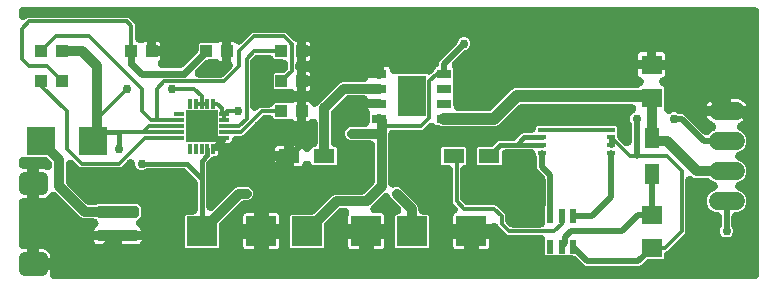
<source format=gbr>
G04 EAGLE Gerber RS-274X export*
G75*
%MOMM*%
%FSLAX34Y34*%
%LPD*%
%INTop Copper*%
%IPPOS*%
%AMOC8*
5,1,8,0,0,1.08239X$1,22.5*%
G01*
%ADD10R,2.550000X2.500000*%
%ADD11R,1.800000X1.600000*%
%ADD12R,2.400000X2.400000*%
%ADD13R,1.300000X0.700000*%
%ADD14R,2.400000X3.400000*%
%ADD15C,0.500000*%
%ADD16C,1.000000*%
%ADD17R,1.000000X1.100000*%
%ADD18R,1.800000X1.200000*%
%ADD19R,1.200000X1.800000*%
%ADD20C,1.524000*%
%ADD21R,0.750000X0.300000*%
%ADD22R,0.812800X0.304800*%
%ADD23R,0.304800X0.812800*%
%ADD24R,2.794000X2.794000*%
%ADD25R,0.550000X1.200000*%
%ADD26C,0.304800*%
%ADD27C,0.812800*%
%ADD28C,0.508000*%
%ADD29C,0.756400*%
%ADD30C,0.609600*%
%ADD31C,0.406400*%
%ADD32C,1.016000*%

G36*
X633505Y10177D02*
X633505Y10177D01*
X633736Y10187D01*
X633790Y10197D01*
X633844Y10201D01*
X634070Y10249D01*
X634296Y10291D01*
X634348Y10308D01*
X634402Y10320D01*
X634618Y10399D01*
X634836Y10472D01*
X634885Y10497D01*
X634937Y10516D01*
X635140Y10624D01*
X635345Y10727D01*
X635391Y10758D01*
X635439Y10784D01*
X635625Y10920D01*
X635814Y11051D01*
X635855Y11088D01*
X635899Y11121D01*
X636064Y11281D01*
X636233Y11437D01*
X636268Y11480D01*
X636307Y11518D01*
X636448Y11700D01*
X636594Y11878D01*
X636622Y11926D01*
X636656Y11969D01*
X636770Y12169D01*
X636889Y12366D01*
X636911Y12416D01*
X636938Y12464D01*
X637023Y12678D01*
X637114Y12889D01*
X637128Y12942D01*
X637148Y12993D01*
X637203Y13218D01*
X637263Y13439D01*
X637267Y13483D01*
X637283Y13547D01*
X637338Y14114D01*
X637335Y14180D01*
X637339Y14224D01*
X637339Y236476D01*
X637323Y236705D01*
X637313Y236936D01*
X637303Y236990D01*
X637299Y237044D01*
X637251Y237270D01*
X637209Y237496D01*
X637192Y237548D01*
X637180Y237602D01*
X637101Y237818D01*
X637028Y238036D01*
X637003Y238085D01*
X636984Y238137D01*
X636876Y238340D01*
X636773Y238545D01*
X636742Y238591D01*
X636716Y238639D01*
X636580Y238825D01*
X636449Y239014D01*
X636412Y239055D01*
X636379Y239099D01*
X636219Y239264D01*
X636063Y239433D01*
X636020Y239468D01*
X635982Y239507D01*
X635800Y239648D01*
X635622Y239794D01*
X635574Y239822D01*
X635531Y239856D01*
X635331Y239970D01*
X635134Y240089D01*
X635084Y240111D01*
X635036Y240138D01*
X634822Y240223D01*
X634611Y240314D01*
X634558Y240328D01*
X634507Y240348D01*
X634282Y240403D01*
X634061Y240463D01*
X634017Y240467D01*
X633953Y240483D01*
X633386Y240538D01*
X633320Y240535D01*
X633276Y240539D01*
X14224Y240539D01*
X13995Y240523D01*
X13764Y240513D01*
X13710Y240503D01*
X13656Y240499D01*
X13430Y240451D01*
X13204Y240409D01*
X13152Y240392D01*
X13098Y240380D01*
X12882Y240301D01*
X12664Y240228D01*
X12615Y240203D01*
X12563Y240184D01*
X12360Y240076D01*
X12155Y239973D01*
X12109Y239942D01*
X12061Y239916D01*
X11875Y239780D01*
X11686Y239649D01*
X11645Y239612D01*
X11601Y239579D01*
X11436Y239419D01*
X11267Y239263D01*
X11232Y239220D01*
X11193Y239182D01*
X11052Y239000D01*
X10906Y238822D01*
X10878Y238774D01*
X10844Y238731D01*
X10730Y238531D01*
X10611Y238334D01*
X10589Y238284D01*
X10562Y238236D01*
X10477Y238022D01*
X10386Y237811D01*
X10372Y237758D01*
X10352Y237707D01*
X10297Y237482D01*
X10237Y237261D01*
X10233Y237217D01*
X10217Y237153D01*
X10162Y236586D01*
X10165Y236520D01*
X10161Y236476D01*
X10161Y233832D01*
X10169Y233717D01*
X10167Y233602D01*
X10189Y233433D01*
X10201Y233263D01*
X10225Y233151D01*
X10239Y233036D01*
X10284Y232872D01*
X10320Y232706D01*
X10359Y232598D01*
X10390Y232487D01*
X10457Y232331D01*
X10516Y232171D01*
X10570Y232069D01*
X10616Y231964D01*
X10704Y231819D01*
X10784Y231669D01*
X10852Y231576D01*
X10912Y231477D01*
X11020Y231346D01*
X11121Y231209D01*
X11201Y231126D01*
X11274Y231037D01*
X11400Y230922D01*
X11518Y230801D01*
X11609Y230730D01*
X11694Y230652D01*
X11834Y230556D01*
X11969Y230452D01*
X12069Y230395D01*
X12164Y230330D01*
X12316Y230254D01*
X12464Y230170D01*
X12571Y230127D01*
X12674Y230076D01*
X12835Y230022D01*
X12993Y229959D01*
X13106Y229932D01*
X13215Y229896D01*
X13382Y229865D01*
X13547Y229825D01*
X13662Y229814D01*
X13775Y229793D01*
X13945Y229787D01*
X14114Y229770D01*
X14229Y229775D01*
X14345Y229770D01*
X14514Y229787D01*
X14684Y229795D01*
X14797Y229816D01*
X14912Y229827D01*
X15077Y229868D01*
X15244Y229899D01*
X15353Y229935D01*
X15465Y229963D01*
X15623Y230026D01*
X15784Y230080D01*
X15887Y230132D01*
X15994Y230174D01*
X16141Y230259D01*
X16293Y230335D01*
X16388Y230401D01*
X16488Y230458D01*
X16577Y230531D01*
X16762Y230659D01*
X17006Y230884D01*
X17097Y230959D01*
X17323Y231185D01*
X18444Y231649D01*
X102206Y231649D01*
X103327Y231185D01*
X108385Y226127D01*
X108849Y225006D01*
X108849Y214288D01*
X108865Y214059D01*
X108875Y213828D01*
X108885Y213774D01*
X108889Y213720D01*
X108937Y213494D01*
X108979Y213268D01*
X108996Y213216D01*
X109008Y213162D01*
X109087Y212946D01*
X109160Y212728D01*
X109185Y212679D01*
X109204Y212627D01*
X109312Y212424D01*
X109415Y212219D01*
X109446Y212173D01*
X109472Y212125D01*
X109608Y211939D01*
X109739Y211750D01*
X109776Y211709D01*
X109809Y211665D01*
X109969Y211500D01*
X110125Y211331D01*
X110168Y211296D01*
X110206Y211257D01*
X110388Y211116D01*
X110566Y210970D01*
X110614Y210942D01*
X110657Y210908D01*
X110857Y210794D01*
X110941Y210743D01*
X111052Y210641D01*
X111097Y210610D01*
X111138Y210574D01*
X111331Y210449D01*
X111521Y210319D01*
X111571Y210294D01*
X111617Y210264D01*
X111826Y210167D01*
X112032Y210065D01*
X112084Y210048D01*
X112133Y210025D01*
X112354Y209958D01*
X112572Y209885D01*
X112626Y209875D01*
X112679Y209859D01*
X112906Y209824D01*
X113133Y209783D01*
X113188Y209780D01*
X113242Y209772D01*
X113472Y209769D01*
X113483Y209768D01*
X113491Y209768D01*
X113702Y209760D01*
X113757Y209765D01*
X113812Y209764D01*
X114026Y209792D01*
X114053Y209793D01*
X114075Y209797D01*
X114269Y209816D01*
X114322Y209829D01*
X114377Y209836D01*
X114569Y209889D01*
X114613Y209897D01*
X114650Y209910D01*
X114823Y209952D01*
X114874Y209972D01*
X114926Y209987D01*
X115093Y210059D01*
X115153Y210079D01*
X115191Y210099D01*
X115352Y210164D01*
X115399Y210191D01*
X115450Y210213D01*
X115646Y210332D01*
X115846Y210447D01*
X115864Y210462D01*
X115922Y210501D01*
X115936Y210509D01*
X115941Y210514D01*
X116597Y210952D01*
X117059Y211143D01*
X117550Y211241D01*
X118737Y211241D01*
X118737Y203200D01*
X118753Y202971D01*
X118763Y202741D01*
X118773Y202687D01*
X118777Y202632D01*
X118825Y202407D01*
X118867Y202181D01*
X118884Y202128D01*
X118896Y202075D01*
X118975Y201859D01*
X119048Y201640D01*
X119073Y201591D01*
X119091Y201540D01*
X119200Y201337D01*
X119303Y201131D01*
X119334Y201086D01*
X119360Y201037D01*
X119496Y200852D01*
X119627Y200662D01*
X119664Y200622D01*
X119697Y200577D01*
X119857Y200413D01*
X120013Y200243D01*
X120014Y200243D01*
X120056Y200208D01*
X120094Y200169D01*
X120095Y200169D01*
X120276Y200028D01*
X120455Y199882D01*
X120502Y199853D01*
X120545Y199820D01*
X120745Y199706D01*
X120942Y199586D01*
X120992Y199565D01*
X121040Y199538D01*
X121255Y199452D01*
X121466Y199362D01*
X121518Y199348D01*
X121570Y199327D01*
X121794Y199273D01*
X122016Y199213D01*
X122060Y199209D01*
X122124Y199193D01*
X122691Y199138D01*
X122756Y199141D01*
X122800Y199137D01*
X130341Y199137D01*
X130341Y197450D01*
X130243Y196959D01*
X130052Y196497D01*
X129774Y196080D01*
X129352Y195659D01*
X129277Y195572D01*
X129194Y195492D01*
X129090Y195357D01*
X128979Y195229D01*
X128916Y195132D01*
X128845Y195041D01*
X128761Y194894D01*
X128669Y194751D01*
X128620Y194646D01*
X128563Y194546D01*
X128500Y194388D01*
X128429Y194234D01*
X128396Y194124D01*
X128353Y194017D01*
X128313Y193851D01*
X128264Y193689D01*
X128246Y193575D01*
X128219Y193463D01*
X128202Y193293D01*
X128176Y193126D01*
X128175Y193011D01*
X128164Y192896D01*
X128171Y192726D01*
X128169Y192556D01*
X128183Y192442D01*
X128188Y192326D01*
X128219Y192159D01*
X128241Y191991D01*
X128271Y191879D01*
X128292Y191766D01*
X128346Y191605D01*
X128391Y191441D01*
X128437Y191335D01*
X128474Y191226D01*
X128550Y191074D01*
X128617Y190918D01*
X128677Y190820D01*
X128729Y190717D01*
X128825Y190576D01*
X128914Y190432D01*
X128987Y190343D01*
X129052Y190248D01*
X129168Y190123D01*
X129276Y189992D01*
X129360Y189914D01*
X129439Y189829D01*
X129570Y189721D01*
X129696Y189606D01*
X129790Y189541D01*
X129880Y189468D01*
X130025Y189380D01*
X130165Y189284D01*
X130268Y189232D01*
X130367Y189173D01*
X130523Y189106D01*
X130675Y189030D01*
X130785Y188994D01*
X130891Y188948D01*
X131055Y188904D01*
X131216Y188850D01*
X131329Y188829D01*
X131441Y188799D01*
X131555Y188788D01*
X131777Y188748D01*
X132108Y188734D01*
X132225Y188723D01*
X146673Y188723D01*
X146733Y188727D01*
X146793Y188725D01*
X147017Y188747D01*
X147241Y188763D01*
X147300Y188775D01*
X147360Y188781D01*
X147579Y188835D01*
X147798Y188882D01*
X147855Y188902D01*
X147914Y188917D01*
X148123Y189000D01*
X148334Y189078D01*
X148387Y189106D01*
X148443Y189128D01*
X148638Y189240D01*
X148836Y189346D01*
X148885Y189382D01*
X148937Y189412D01*
X149028Y189487D01*
X149296Y189683D01*
X149457Y189840D01*
X149546Y189913D01*
X161585Y201952D01*
X161625Y201998D01*
X161669Y202038D01*
X161811Y202213D01*
X161959Y202382D01*
X161992Y202433D01*
X162030Y202480D01*
X162147Y202672D01*
X162269Y202860D01*
X162294Y202915D01*
X162325Y202967D01*
X162414Y203173D01*
X162509Y203377D01*
X162526Y203435D01*
X162550Y203490D01*
X162608Y203707D01*
X162674Y203922D01*
X162683Y203982D01*
X162699Y204040D01*
X162710Y204158D01*
X162761Y204486D01*
X162764Y204710D01*
X162775Y204825D01*
X162775Y209332D01*
X163668Y210225D01*
X175202Y210225D01*
X175326Y210167D01*
X175532Y210065D01*
X175584Y210048D01*
X175633Y210025D01*
X175854Y209958D01*
X176072Y209885D01*
X176126Y209875D01*
X176179Y209859D01*
X176406Y209824D01*
X176633Y209783D01*
X176688Y209780D01*
X176742Y209772D01*
X176972Y209769D01*
X176983Y209768D01*
X176991Y209768D01*
X177202Y209760D01*
X177257Y209765D01*
X177312Y209764D01*
X177526Y209792D01*
X177553Y209793D01*
X177575Y209797D01*
X177769Y209816D01*
X177822Y209829D01*
X177877Y209836D01*
X178069Y209889D01*
X178113Y209897D01*
X178150Y209910D01*
X178323Y209952D01*
X178374Y209972D01*
X178426Y209987D01*
X178593Y210059D01*
X178653Y210079D01*
X178691Y210099D01*
X178852Y210164D01*
X178899Y210191D01*
X178950Y210213D01*
X179146Y210332D01*
X179346Y210447D01*
X179364Y210462D01*
X179422Y210501D01*
X179436Y210509D01*
X179441Y210514D01*
X180097Y210952D01*
X180559Y211143D01*
X181050Y211241D01*
X182237Y211241D01*
X182237Y203200D01*
X182237Y195159D01*
X181050Y195159D01*
X180559Y195257D01*
X180097Y195448D01*
X179348Y195949D01*
X179269Y195993D01*
X179142Y196081D01*
X179092Y196106D01*
X179046Y196136D01*
X178909Y196200D01*
X178853Y196231D01*
X178788Y196257D01*
X178631Y196335D01*
X178579Y196352D01*
X178530Y196375D01*
X178366Y196425D01*
X178323Y196442D01*
X178274Y196454D01*
X178091Y196515D01*
X178037Y196525D01*
X177984Y196541D01*
X177797Y196570D01*
X177770Y196576D01*
X177737Y196580D01*
X177530Y196617D01*
X177475Y196620D01*
X177421Y196628D01*
X177216Y196631D01*
X177203Y196632D01*
X177186Y196631D01*
X176961Y196640D01*
X176906Y196635D01*
X176851Y196636D01*
X176623Y196607D01*
X176394Y196584D01*
X176341Y196571D01*
X176286Y196564D01*
X176064Y196503D01*
X175841Y196448D01*
X175790Y196428D01*
X175737Y196413D01*
X175525Y196322D01*
X175311Y196236D01*
X175264Y196209D01*
X175214Y196187D01*
X175194Y196175D01*
X170425Y196175D01*
X170365Y196171D01*
X170305Y196173D01*
X170081Y196151D01*
X169857Y196135D01*
X169798Y196123D01*
X169738Y196117D01*
X169519Y196063D01*
X169300Y196016D01*
X169243Y195996D01*
X169184Y195981D01*
X168975Y195898D01*
X168764Y195820D01*
X168711Y195792D01*
X168655Y195770D01*
X168460Y195658D01*
X168262Y195552D01*
X168213Y195516D01*
X168161Y195486D01*
X168070Y195411D01*
X167802Y195215D01*
X167641Y195058D01*
X167552Y194985D01*
X160352Y187785D01*
X160276Y187698D01*
X160194Y187618D01*
X160090Y187483D01*
X159978Y187355D01*
X159916Y187258D01*
X159845Y187167D01*
X159761Y187020D01*
X159668Y186877D01*
X159620Y186772D01*
X159563Y186672D01*
X159500Y186514D01*
X159429Y186360D01*
X159395Y186250D01*
X159353Y186143D01*
X159313Y185977D01*
X159263Y185815D01*
X159246Y185701D01*
X159219Y185589D01*
X159202Y185419D01*
X159176Y185252D01*
X159174Y185137D01*
X159163Y185022D01*
X159171Y184852D01*
X159168Y184682D01*
X159183Y184568D01*
X159188Y184452D01*
X159219Y184285D01*
X159240Y184117D01*
X159271Y184005D01*
X159292Y183892D01*
X159346Y183731D01*
X159391Y183567D01*
X159437Y183461D01*
X159473Y183352D01*
X159549Y183200D01*
X159617Y183044D01*
X159677Y182946D01*
X159728Y182843D01*
X159825Y182703D01*
X159913Y182558D01*
X159987Y182469D01*
X160052Y182374D01*
X160167Y182249D01*
X160275Y182117D01*
X160360Y182040D01*
X160438Y181955D01*
X160570Y181847D01*
X160695Y181732D01*
X160790Y181667D01*
X160879Y181594D01*
X161025Y181506D01*
X161165Y181410D01*
X161268Y181358D01*
X161367Y181299D01*
X161523Y181232D01*
X161675Y181156D01*
X161785Y181120D01*
X161890Y181074D01*
X162054Y181030D01*
X162216Y180976D01*
X162329Y180955D01*
X162440Y180925D01*
X162555Y180914D01*
X162776Y180874D01*
X163108Y180860D01*
X163225Y180849D01*
X181204Y180849D01*
X181264Y180853D01*
X181325Y180851D01*
X181548Y180873D01*
X181772Y180889D01*
X181832Y180901D01*
X181892Y180907D01*
X182110Y180961D01*
X182330Y181008D01*
X182386Y181028D01*
X182445Y181043D01*
X182654Y181126D01*
X182865Y181204D01*
X182918Y181232D01*
X182974Y181254D01*
X183169Y181366D01*
X183367Y181472D01*
X183416Y181508D01*
X183468Y181538D01*
X183559Y181613D01*
X183827Y181809D01*
X183988Y181966D01*
X184077Y182039D01*
X190261Y188223D01*
X190337Y188310D01*
X190419Y188390D01*
X190523Y188525D01*
X190635Y188653D01*
X190698Y188750D01*
X190768Y188841D01*
X190852Y188988D01*
X190945Y189131D01*
X190993Y189236D01*
X191050Y189336D01*
X191113Y189494D01*
X191185Y189648D01*
X191218Y189758D01*
X191261Y189865D01*
X191301Y190031D01*
X191350Y190193D01*
X191368Y190307D01*
X191395Y190419D01*
X191411Y190589D01*
X191437Y190756D01*
X191439Y190871D01*
X191450Y190986D01*
X191443Y191156D01*
X191445Y191326D01*
X191430Y191440D01*
X191425Y191556D01*
X191394Y191723D01*
X191373Y191891D01*
X191342Y192003D01*
X191321Y192116D01*
X191267Y192277D01*
X191222Y192441D01*
X191177Y192547D01*
X191140Y192656D01*
X191064Y192808D01*
X190997Y192964D01*
X190937Y193062D01*
X190885Y193165D01*
X190788Y193305D01*
X190700Y193450D01*
X190627Y193539D01*
X190561Y193634D01*
X190446Y193759D01*
X190363Y193859D01*
X190363Y203200D01*
X190363Y211241D01*
X191550Y211241D01*
X192041Y211143D01*
X192503Y210952D01*
X192920Y210673D01*
X193411Y210182D01*
X193429Y210158D01*
X193472Y210117D01*
X193509Y210072D01*
X193676Y209919D01*
X193838Y209761D01*
X193885Y209727D01*
X193929Y209687D01*
X194116Y209558D01*
X194298Y209425D01*
X194350Y209398D01*
X194399Y209364D01*
X194601Y209263D01*
X194801Y209157D01*
X194856Y209137D01*
X194909Y209110D01*
X195123Y209039D01*
X195336Y208961D01*
X195394Y208949D01*
X195449Y208931D01*
X195672Y208890D01*
X195893Y208843D01*
X195952Y208839D01*
X196010Y208828D01*
X196236Y208819D01*
X196462Y208803D01*
X196520Y208807D01*
X196579Y208805D01*
X196805Y208828D01*
X197030Y208844D01*
X197088Y208856D01*
X197146Y208862D01*
X197366Y208916D01*
X197587Y208963D01*
X197642Y208983D01*
X197700Y208997D01*
X197910Y209081D01*
X198122Y209159D01*
X198174Y209187D01*
X198229Y209209D01*
X198425Y209322D01*
X198624Y209429D01*
X198672Y209463D01*
X198723Y209493D01*
X198813Y209567D01*
X199084Y209765D01*
X199243Y209920D01*
X199332Y209993D01*
X206394Y217055D01*
X206394Y217056D01*
X207823Y218485D01*
X208944Y218949D01*
X235556Y218949D01*
X236677Y218485D01*
X242731Y212431D01*
X242776Y212391D01*
X242817Y212347D01*
X242991Y212205D01*
X243161Y212057D01*
X243212Y212024D01*
X243258Y211986D01*
X243451Y211869D01*
X243639Y211747D01*
X243694Y211722D01*
X243745Y211691D01*
X243952Y211602D01*
X244156Y211507D01*
X244214Y211490D01*
X244269Y211466D01*
X244486Y211408D01*
X244701Y211342D01*
X244761Y211333D01*
X244819Y211317D01*
X244936Y211306D01*
X245264Y211255D01*
X245489Y211252D01*
X245604Y211241D01*
X245737Y211241D01*
X245737Y203200D01*
X245737Y194148D01*
X245624Y194039D01*
X245455Y193883D01*
X245420Y193840D01*
X245381Y193802D01*
X245240Y193620D01*
X245094Y193442D01*
X245066Y193394D01*
X245032Y193351D01*
X244918Y193151D01*
X244799Y192954D01*
X244777Y192904D01*
X244750Y192856D01*
X244665Y192642D01*
X244574Y192431D01*
X244560Y192378D01*
X244540Y192327D01*
X244485Y192101D01*
X244425Y191881D01*
X244421Y191837D01*
X244405Y191773D01*
X244350Y191206D01*
X244353Y191140D01*
X244349Y191096D01*
X244349Y189904D01*
X244365Y189675D01*
X244375Y189444D01*
X244385Y189390D01*
X244389Y189336D01*
X244437Y189110D01*
X244479Y188884D01*
X244496Y188832D01*
X244508Y188778D01*
X244587Y188562D01*
X244660Y188344D01*
X244685Y188295D01*
X244704Y188243D01*
X244812Y188040D01*
X244915Y187835D01*
X244946Y187789D01*
X244972Y187741D01*
X245108Y187555D01*
X245239Y187366D01*
X245276Y187325D01*
X245309Y187281D01*
X245469Y187116D01*
X245625Y186947D01*
X245668Y186912D01*
X245706Y186873D01*
X245737Y186849D01*
X245737Y177800D01*
X245737Y169759D01*
X244550Y169759D01*
X244059Y169857D01*
X243597Y170048D01*
X242848Y170549D01*
X242770Y170593D01*
X242642Y170681D01*
X242596Y170704D01*
X242553Y170732D01*
X242411Y170798D01*
X242353Y170831D01*
X242288Y170857D01*
X242132Y170935D01*
X242083Y170951D01*
X242036Y170973D01*
X241868Y171024D01*
X241823Y171042D01*
X241774Y171054D01*
X241591Y171115D01*
X241540Y171124D01*
X241491Y171139D01*
X241299Y171169D01*
X241270Y171176D01*
X241237Y171180D01*
X241030Y171217D01*
X240979Y171219D01*
X240929Y171227D01*
X240717Y171231D01*
X240703Y171232D01*
X240686Y171231D01*
X240461Y171240D01*
X240410Y171235D01*
X240359Y171236D01*
X240134Y171208D01*
X240133Y171208D01*
X240132Y171208D01*
X240127Y171207D01*
X239894Y171184D01*
X239844Y171171D01*
X239793Y171165D01*
X239567Y171104D01*
X239341Y171048D01*
X239293Y171029D01*
X239244Y171016D01*
X239029Y170923D01*
X238812Y170836D01*
X238767Y170811D01*
X238720Y170791D01*
X238695Y170775D01*
X227168Y170775D01*
X226275Y171668D01*
X226275Y183932D01*
X227168Y184825D01*
X233830Y184825D01*
X233890Y184829D01*
X233951Y184827D01*
X234174Y184849D01*
X234398Y184865D01*
X234458Y184877D01*
X234518Y184883D01*
X234736Y184937D01*
X234956Y184984D01*
X235012Y185004D01*
X235071Y185019D01*
X235280Y185102D01*
X235491Y185180D01*
X235544Y185208D01*
X235600Y185230D01*
X235795Y185342D01*
X235993Y185448D01*
X236042Y185484D01*
X236094Y185514D01*
X236185Y185589D01*
X236453Y185785D01*
X236614Y185942D01*
X236703Y186015D01*
X237061Y186373D01*
X237101Y186418D01*
X237145Y186459D01*
X237287Y186633D01*
X237435Y186803D01*
X237468Y186854D01*
X237506Y186900D01*
X237623Y187093D01*
X237745Y187281D01*
X237770Y187336D01*
X237801Y187387D01*
X237890Y187594D01*
X237985Y187798D01*
X238002Y187856D01*
X238026Y187911D01*
X238084Y188128D01*
X238150Y188343D01*
X238159Y188403D01*
X238175Y188461D01*
X238186Y188578D01*
X238237Y188906D01*
X238240Y189131D01*
X238251Y189246D01*
X238251Y192112D01*
X238235Y192341D01*
X238225Y192572D01*
X238215Y192626D01*
X238211Y192680D01*
X238163Y192906D01*
X238121Y193132D01*
X238104Y193184D01*
X238092Y193238D01*
X238013Y193454D01*
X237940Y193672D01*
X237915Y193721D01*
X237896Y193773D01*
X237788Y193976D01*
X237685Y194181D01*
X237654Y194227D01*
X237628Y194275D01*
X237492Y194461D01*
X237361Y194650D01*
X237324Y194691D01*
X237291Y194735D01*
X237131Y194900D01*
X236975Y195069D01*
X236932Y195104D01*
X236894Y195143D01*
X236712Y195284D01*
X236534Y195430D01*
X236486Y195458D01*
X236443Y195492D01*
X236243Y195606D01*
X236046Y195725D01*
X235996Y195747D01*
X235948Y195774D01*
X235734Y195859D01*
X235523Y195950D01*
X235470Y195964D01*
X235419Y195984D01*
X235194Y196039D01*
X234973Y196099D01*
X234929Y196103D01*
X234865Y196119D01*
X234298Y196174D01*
X234232Y196171D01*
X234188Y196175D01*
X227168Y196175D01*
X226108Y197235D01*
X226037Y197430D01*
X225964Y197648D01*
X225939Y197697D01*
X225920Y197749D01*
X225812Y197952D01*
X225709Y198157D01*
X225678Y198203D01*
X225652Y198251D01*
X225516Y198437D01*
X225385Y198626D01*
X225348Y198667D01*
X225315Y198711D01*
X225155Y198876D01*
X224999Y199045D01*
X224956Y199080D01*
X224918Y199119D01*
X224736Y199260D01*
X224558Y199406D01*
X224510Y199434D01*
X224467Y199468D01*
X224267Y199582D01*
X224070Y199701D01*
X224020Y199723D01*
X223972Y199750D01*
X223758Y199835D01*
X223547Y199926D01*
X223494Y199940D01*
X223443Y199960D01*
X223218Y200015D01*
X222997Y200075D01*
X222953Y200079D01*
X222889Y200095D01*
X222322Y200150D01*
X222256Y200147D01*
X222212Y200151D01*
X212496Y200151D01*
X212436Y200147D01*
X212375Y200149D01*
X212152Y200127D01*
X211928Y200111D01*
X211868Y200099D01*
X211808Y200093D01*
X211590Y200039D01*
X211370Y199992D01*
X211314Y199972D01*
X211255Y199957D01*
X211046Y199874D01*
X210835Y199796D01*
X210782Y199768D01*
X210726Y199746D01*
X210531Y199634D01*
X210333Y199528D01*
X210284Y199492D01*
X210232Y199462D01*
X210141Y199387D01*
X209873Y199191D01*
X209712Y199034D01*
X209623Y198961D01*
X207439Y196777D01*
X207399Y196732D01*
X207355Y196691D01*
X207213Y196517D01*
X207065Y196347D01*
X207032Y196296D01*
X206994Y196250D01*
X206877Y196057D01*
X206755Y195869D01*
X206730Y195814D01*
X206699Y195763D01*
X206610Y195556D01*
X206515Y195352D01*
X206498Y195294D01*
X206474Y195239D01*
X206416Y195022D01*
X206350Y194807D01*
X206341Y194747D01*
X206325Y194689D01*
X206314Y194572D01*
X206263Y194244D01*
X206260Y194019D01*
X206249Y193904D01*
X206249Y156870D01*
X206257Y156755D01*
X206255Y156640D01*
X206277Y156471D01*
X206289Y156301D01*
X206313Y156189D01*
X206327Y156074D01*
X206372Y155911D01*
X206408Y155744D01*
X206447Y155636D01*
X206478Y155525D01*
X206545Y155369D01*
X206604Y155209D01*
X206658Y155107D01*
X206704Y155002D01*
X206792Y154857D01*
X206872Y154707D01*
X206940Y154614D01*
X207000Y154515D01*
X207108Y154384D01*
X207209Y154247D01*
X207289Y154164D01*
X207362Y154075D01*
X207488Y153960D01*
X207606Y153839D01*
X207697Y153768D01*
X207782Y153690D01*
X207922Y153594D01*
X208057Y153490D01*
X208157Y153433D01*
X208252Y153368D01*
X208404Y153292D01*
X208552Y153208D01*
X208659Y153165D01*
X208762Y153114D01*
X208923Y153060D01*
X209081Y152997D01*
X209194Y152970D01*
X209303Y152934D01*
X209470Y152903D01*
X209635Y152863D01*
X209750Y152852D01*
X209863Y152831D01*
X210033Y152825D01*
X210202Y152808D01*
X210317Y152813D01*
X210433Y152808D01*
X210602Y152825D01*
X210772Y152833D01*
X210885Y152854D01*
X211000Y152865D01*
X211165Y152906D01*
X211332Y152937D01*
X211441Y152973D01*
X211553Y153001D01*
X211711Y153064D01*
X211872Y153118D01*
X211975Y153170D01*
X212082Y153212D01*
X212229Y153297D01*
X212381Y153373D01*
X212476Y153439D01*
X212576Y153496D01*
X212665Y153569D01*
X212850Y153697D01*
X213094Y153922D01*
X213185Y153997D01*
X214173Y154985D01*
X215294Y155449D01*
X222212Y155449D01*
X222441Y155465D01*
X222672Y155475D01*
X222726Y155485D01*
X222780Y155489D01*
X223006Y155537D01*
X223232Y155579D01*
X223284Y155596D01*
X223338Y155608D01*
X223554Y155687D01*
X223772Y155760D01*
X223821Y155785D01*
X223873Y155804D01*
X224076Y155912D01*
X224281Y156015D01*
X224327Y156046D01*
X224375Y156072D01*
X224561Y156208D01*
X224750Y156339D01*
X224791Y156376D01*
X224835Y156409D01*
X225000Y156569D01*
X225169Y156725D01*
X225204Y156768D01*
X225243Y156806D01*
X225384Y156988D01*
X225530Y157166D01*
X225558Y157214D01*
X225592Y157257D01*
X225706Y157457D01*
X225825Y157654D01*
X225847Y157704D01*
X225874Y157752D01*
X225959Y157966D01*
X226050Y158177D01*
X226064Y158230D01*
X226084Y158281D01*
X226103Y158360D01*
X227168Y159425D01*
X238702Y159425D01*
X238829Y159366D01*
X239039Y159262D01*
X239087Y159246D01*
X239134Y159225D01*
X239358Y159157D01*
X239579Y159083D01*
X239630Y159074D01*
X239679Y159059D01*
X239911Y159023D01*
X240140Y158982D01*
X240191Y158980D01*
X240242Y158972D01*
X240472Y158969D01*
X240483Y158968D01*
X240492Y158968D01*
X240710Y158960D01*
X240761Y158965D01*
X240812Y158964D01*
X241026Y158992D01*
X241053Y158993D01*
X241076Y158997D01*
X241276Y159018D01*
X241326Y159030D01*
X241377Y159036D01*
X241570Y159089D01*
X241613Y159097D01*
X241651Y159110D01*
X241830Y159154D01*
X241877Y159173D01*
X241927Y159187D01*
X242094Y159259D01*
X242153Y159279D01*
X242192Y159300D01*
X242358Y159367D01*
X242403Y159392D01*
X242450Y159413D01*
X242649Y159535D01*
X242852Y159651D01*
X242870Y159666D01*
X242922Y159701D01*
X242936Y159709D01*
X242941Y159714D01*
X243597Y160152D01*
X244059Y160343D01*
X244550Y160441D01*
X245737Y160441D01*
X245737Y152400D01*
X245737Y144359D01*
X244550Y144359D01*
X244059Y144457D01*
X243597Y144648D01*
X242848Y145149D01*
X242769Y145193D01*
X242642Y145281D01*
X242592Y145306D01*
X242546Y145336D01*
X242409Y145400D01*
X242353Y145431D01*
X242288Y145457D01*
X242131Y145535D01*
X242079Y145552D01*
X242030Y145575D01*
X241866Y145625D01*
X241823Y145642D01*
X241774Y145654D01*
X241591Y145715D01*
X241537Y145725D01*
X241484Y145741D01*
X241297Y145770D01*
X241270Y145776D01*
X241237Y145780D01*
X241030Y145817D01*
X240975Y145820D01*
X240921Y145828D01*
X240716Y145831D01*
X240703Y145832D01*
X240686Y145831D01*
X240461Y145840D01*
X240406Y145835D01*
X240351Y145836D01*
X240123Y145807D01*
X239894Y145784D01*
X239841Y145771D01*
X239786Y145764D01*
X239564Y145703D01*
X239341Y145648D01*
X239290Y145628D01*
X239237Y145613D01*
X239025Y145522D01*
X238811Y145436D01*
X238764Y145409D01*
X238714Y145387D01*
X238694Y145375D01*
X227168Y145375D01*
X226108Y146435D01*
X226037Y146630D01*
X225964Y146848D01*
X225939Y146897D01*
X225920Y146949D01*
X225812Y147152D01*
X225709Y147357D01*
X225678Y147403D01*
X225652Y147451D01*
X225516Y147637D01*
X225385Y147826D01*
X225348Y147867D01*
X225315Y147911D01*
X225155Y148076D01*
X224999Y148245D01*
X224956Y148280D01*
X224918Y148319D01*
X224736Y148460D01*
X224558Y148606D01*
X224510Y148634D01*
X224467Y148668D01*
X224267Y148782D01*
X224070Y148901D01*
X224020Y148923D01*
X223972Y148950D01*
X223758Y149035D01*
X223547Y149126D01*
X223494Y149140D01*
X223443Y149160D01*
X223218Y149215D01*
X222997Y149275D01*
X222953Y149279D01*
X222889Y149295D01*
X222322Y149350D01*
X222256Y149347D01*
X222212Y149351D01*
X218846Y149351D01*
X218786Y149347D01*
X218725Y149349D01*
X218502Y149327D01*
X218278Y149311D01*
X218218Y149299D01*
X218158Y149293D01*
X217940Y149239D01*
X217720Y149192D01*
X217664Y149172D01*
X217605Y149157D01*
X217397Y149074D01*
X217185Y148996D01*
X217132Y148968D01*
X217076Y148946D01*
X216881Y148834D01*
X216683Y148728D01*
X216634Y148692D01*
X216582Y148662D01*
X216491Y148587D01*
X216223Y148391D01*
X216062Y148234D01*
X215973Y148161D01*
X211010Y143198D01*
X210932Y143109D01*
X210848Y143027D01*
X210746Y142895D01*
X210636Y142768D01*
X210572Y142669D01*
X210500Y142576D01*
X210496Y142569D01*
X200043Y132115D01*
X198922Y131651D01*
X194691Y131651D01*
X194462Y131635D01*
X194231Y131625D01*
X194177Y131615D01*
X194123Y131611D01*
X193897Y131563D01*
X193671Y131521D01*
X193619Y131504D01*
X193565Y131492D01*
X193349Y131413D01*
X193131Y131340D01*
X193082Y131315D01*
X193030Y131296D01*
X192827Y131188D01*
X192622Y131085D01*
X192576Y131054D01*
X192528Y131028D01*
X192342Y130892D01*
X192153Y130761D01*
X192112Y130724D01*
X192068Y130691D01*
X191903Y130531D01*
X191734Y130375D01*
X191699Y130332D01*
X191660Y130294D01*
X191519Y130112D01*
X191373Y129934D01*
X191345Y129886D01*
X191311Y129843D01*
X191197Y129643D01*
X191078Y129446D01*
X191056Y129396D01*
X191029Y129348D01*
X190944Y129134D01*
X190853Y128923D01*
X190839Y128870D01*
X190819Y128819D01*
X190764Y128594D01*
X190704Y128373D01*
X190700Y128329D01*
X190684Y128265D01*
X190674Y128160D01*
X190530Y127435D01*
X190339Y126973D01*
X190060Y126556D01*
X189707Y126203D01*
X189290Y125924D01*
X188828Y125733D01*
X188337Y125635D01*
X184234Y125635D01*
X184060Y125623D01*
X183885Y125620D01*
X183776Y125603D01*
X183666Y125595D01*
X183495Y125559D01*
X183322Y125532D01*
X183216Y125499D01*
X183109Y125476D01*
X182945Y125416D01*
X182777Y125365D01*
X182677Y125318D01*
X182574Y125280D01*
X182420Y125198D01*
X182261Y125124D01*
X182169Y125064D01*
X182071Y125012D01*
X181930Y124908D01*
X181784Y124813D01*
X181700Y124741D01*
X181611Y124675D01*
X181486Y124553D01*
X181354Y124438D01*
X181301Y124373D01*
X181203Y124278D01*
X181176Y124242D01*
X180557Y123624D01*
X180521Y123596D01*
X180399Y123471D01*
X180271Y123352D01*
X180201Y123267D01*
X180124Y123187D01*
X180021Y123047D01*
X179910Y122911D01*
X179853Y122817D01*
X179787Y122727D01*
X179705Y122573D01*
X179615Y122424D01*
X179571Y122322D01*
X179519Y122225D01*
X179459Y122061D01*
X179390Y121900D01*
X179361Y121794D01*
X179323Y121690D01*
X179287Y121519D01*
X179241Y121350D01*
X179233Y121267D01*
X179204Y121132D01*
X179165Y120570D01*
X179165Y120566D01*
X179165Y116463D01*
X179067Y115972D01*
X178876Y115510D01*
X178597Y115093D01*
X178244Y114740D01*
X177827Y114461D01*
X177365Y114270D01*
X176874Y114172D01*
X175825Y114172D01*
X175765Y114168D01*
X175705Y114170D01*
X175481Y114148D01*
X175257Y114132D01*
X175198Y114120D01*
X175138Y114114D01*
X174919Y114060D01*
X174700Y114013D01*
X174643Y113993D01*
X174584Y113978D01*
X174376Y113895D01*
X174165Y113817D01*
X174111Y113789D01*
X174055Y113767D01*
X173860Y113655D01*
X173662Y113549D01*
X173613Y113513D01*
X173561Y113483D01*
X173470Y113408D01*
X173202Y113212D01*
X173041Y113055D01*
X172952Y112982D01*
X171543Y111573D01*
X169997Y110027D01*
X169957Y109981D01*
X169913Y109940D01*
X169770Y109766D01*
X169623Y109597D01*
X169590Y109546D01*
X169552Y109499D01*
X169435Y109307D01*
X169313Y109119D01*
X169288Y109064D01*
X169257Y109012D01*
X169168Y108806D01*
X169073Y108602D01*
X169056Y108544D01*
X169032Y108488D01*
X168974Y108272D01*
X168908Y108056D01*
X168899Y107997D01*
X168883Y107938D01*
X168872Y107821D01*
X168821Y107493D01*
X168818Y107268D01*
X168807Y107154D01*
X168807Y72070D01*
X168815Y71955D01*
X168813Y71840D01*
X168835Y71671D01*
X168847Y71502D01*
X168871Y71389D01*
X168885Y71275D01*
X168930Y71110D01*
X168966Y70944D01*
X169005Y70836D01*
X169036Y70725D01*
X169103Y70569D01*
X169162Y70409D01*
X169216Y70308D01*
X169262Y70202D01*
X169350Y70057D01*
X169430Y69907D01*
X169498Y69814D01*
X169558Y69715D01*
X169666Y69584D01*
X169767Y69447D01*
X169847Y69364D01*
X169920Y69275D01*
X170045Y69161D01*
X170164Y69039D01*
X170255Y68968D01*
X170340Y68890D01*
X170480Y68794D01*
X170615Y68690D01*
X170715Y68633D01*
X170810Y68568D01*
X170962Y68492D01*
X171110Y68408D01*
X171217Y68365D01*
X171320Y68314D01*
X171481Y68260D01*
X171639Y68197D01*
X171752Y68170D01*
X171861Y68134D01*
X172028Y68103D01*
X172193Y68063D01*
X172308Y68052D01*
X172421Y68032D01*
X172591Y68025D01*
X172760Y68008D01*
X172875Y68013D01*
X172991Y68008D01*
X173160Y68025D01*
X173330Y68033D01*
X173443Y68054D01*
X173557Y68065D01*
X173723Y68106D01*
X173890Y68137D01*
X173999Y68173D01*
X174111Y68201D01*
X174269Y68264D01*
X174430Y68318D01*
X174533Y68370D01*
X174640Y68412D01*
X174787Y68497D01*
X174939Y68573D01*
X175034Y68639D01*
X175134Y68696D01*
X175223Y68769D01*
X175408Y68897D01*
X175652Y69122D01*
X175743Y69197D01*
X191691Y85144D01*
X193834Y87288D01*
X195888Y88139D01*
X204312Y88139D01*
X206366Y87288D01*
X207938Y85716D01*
X208789Y83662D01*
X208789Y81438D01*
X207938Y79384D01*
X206366Y77812D01*
X204312Y76961D01*
X200998Y76961D01*
X200938Y76957D01*
X200877Y76959D01*
X200654Y76937D01*
X200430Y76921D01*
X200370Y76909D01*
X200310Y76903D01*
X200092Y76849D01*
X199872Y76802D01*
X199816Y76782D01*
X199757Y76767D01*
X199548Y76684D01*
X199337Y76606D01*
X199284Y76578D01*
X199228Y76556D01*
X199033Y76444D01*
X198835Y76338D01*
X198786Y76302D01*
X198734Y76272D01*
X198643Y76197D01*
X198375Y76001D01*
X198214Y75844D01*
X198125Y75771D01*
X180715Y58361D01*
X180675Y58316D01*
X180631Y58275D01*
X180489Y58101D01*
X180341Y57931D01*
X180308Y57880D01*
X180270Y57834D01*
X180153Y57641D01*
X180031Y57453D01*
X180006Y57398D01*
X179975Y57346D01*
X179886Y57140D01*
X179791Y56936D01*
X179774Y56878D01*
X179750Y56823D01*
X179692Y56606D01*
X179626Y56391D01*
X179617Y56331D01*
X179601Y56273D01*
X179590Y56156D01*
X179539Y55828D01*
X179536Y55603D01*
X179525Y55488D01*
X179525Y37668D01*
X178632Y36775D01*
X151868Y36775D01*
X150975Y37668D01*
X150975Y63932D01*
X151868Y64825D01*
X157630Y64825D01*
X157859Y64841D01*
X158090Y64851D01*
X158144Y64861D01*
X158198Y64865D01*
X158424Y64913D01*
X158650Y64955D01*
X158702Y64972D01*
X158756Y64984D01*
X158972Y65063D01*
X159190Y65136D01*
X159239Y65161D01*
X159291Y65180D01*
X159494Y65288D01*
X159699Y65391D01*
X159745Y65422D01*
X159793Y65448D01*
X159979Y65584D01*
X160168Y65715D01*
X160209Y65752D01*
X160253Y65785D01*
X160418Y65945D01*
X160587Y66101D01*
X160622Y66144D01*
X160661Y66182D01*
X160802Y66364D01*
X160948Y66542D01*
X160976Y66590D01*
X161010Y66633D01*
X161124Y66833D01*
X161243Y67030D01*
X161265Y67080D01*
X161292Y67128D01*
X161377Y67342D01*
X161468Y67553D01*
X161482Y67606D01*
X161502Y67657D01*
X161557Y67882D01*
X161617Y68103D01*
X161621Y68147D01*
X161637Y68211D01*
X161692Y68778D01*
X161689Y68844D01*
X161693Y68888D01*
X161693Y92094D01*
X161689Y92154D01*
X161691Y92214D01*
X161669Y92438D01*
X161653Y92662D01*
X161641Y92721D01*
X161635Y92781D01*
X161581Y93000D01*
X161534Y93219D01*
X161514Y93276D01*
X161499Y93335D01*
X161416Y93543D01*
X161338Y93754D01*
X161310Y93808D01*
X161288Y93864D01*
X161176Y94059D01*
X161070Y94257D01*
X161034Y94305D01*
X161004Y94358D01*
X160929Y94449D01*
X160733Y94717D01*
X160576Y94878D01*
X160503Y94967D01*
X152267Y103203D01*
X152221Y103243D01*
X152180Y103287D01*
X152006Y103429D01*
X151837Y103577D01*
X151786Y103610D01*
X151739Y103648D01*
X151547Y103765D01*
X151358Y103887D01*
X151304Y103912D01*
X151252Y103943D01*
X151046Y104032D01*
X150842Y104127D01*
X150784Y104144D01*
X150728Y104168D01*
X150512Y104226D01*
X150296Y104292D01*
X150237Y104301D01*
X150178Y104317D01*
X150061Y104328D01*
X149733Y104379D01*
X149508Y104382D01*
X149394Y104393D01*
X119931Y104393D01*
X119871Y104389D01*
X119811Y104391D01*
X119587Y104369D01*
X119363Y104353D01*
X119304Y104341D01*
X119244Y104335D01*
X119025Y104281D01*
X118806Y104234D01*
X118749Y104214D01*
X118690Y104199D01*
X118481Y104116D01*
X118270Y104038D01*
X118217Y104010D01*
X118161Y103988D01*
X117966Y103876D01*
X117768Y103770D01*
X117719Y103734D01*
X117667Y103704D01*
X117576Y103629D01*
X117368Y103477D01*
X115356Y102643D01*
X113244Y102643D01*
X111294Y103451D01*
X109801Y104944D01*
X108993Y106894D01*
X108993Y107572D01*
X108985Y107687D01*
X108987Y107802D01*
X108965Y107971D01*
X108953Y108141D01*
X108929Y108253D01*
X108915Y108368D01*
X108870Y108532D01*
X108834Y108698D01*
X108795Y108806D01*
X108764Y108917D01*
X108697Y109073D01*
X108638Y109233D01*
X108584Y109335D01*
X108538Y109440D01*
X108450Y109585D01*
X108370Y109735D01*
X108302Y109828D01*
X108242Y109927D01*
X108134Y110058D01*
X108033Y110195D01*
X107953Y110278D01*
X107880Y110367D01*
X107754Y110482D01*
X107636Y110603D01*
X107545Y110674D01*
X107460Y110752D01*
X107320Y110848D01*
X107185Y110952D01*
X107085Y111009D01*
X106990Y111074D01*
X106838Y111150D01*
X106690Y111234D01*
X106583Y111277D01*
X106480Y111328D01*
X106319Y111382D01*
X106161Y111445D01*
X106048Y111472D01*
X105939Y111508D01*
X105772Y111539D01*
X105607Y111579D01*
X105492Y111590D01*
X105379Y111611D01*
X105209Y111617D01*
X105040Y111634D01*
X104925Y111629D01*
X104809Y111634D01*
X104640Y111617D01*
X104470Y111609D01*
X104357Y111588D01*
X104242Y111577D01*
X104077Y111536D01*
X103910Y111505D01*
X103801Y111469D01*
X103689Y111441D01*
X103531Y111378D01*
X103370Y111324D01*
X103267Y111272D01*
X103160Y111230D01*
X103013Y111145D01*
X102861Y111069D01*
X102766Y111003D01*
X102666Y110946D01*
X102577Y110873D01*
X102392Y110745D01*
X102148Y110520D01*
X102057Y110445D01*
X98406Y106795D01*
X96977Y105365D01*
X95856Y104901D01*
X62894Y104901D01*
X61773Y105365D01*
X56975Y110163D01*
X56888Y110239D01*
X56808Y110321D01*
X56673Y110425D01*
X56545Y110537D01*
X56448Y110600D01*
X56357Y110670D01*
X56210Y110754D01*
X56067Y110847D01*
X55962Y110895D01*
X55862Y110952D01*
X55704Y111015D01*
X55550Y111087D01*
X55440Y111120D01*
X55333Y111163D01*
X55167Y111203D01*
X55005Y111252D01*
X54891Y111270D01*
X54779Y111297D01*
X54609Y111313D01*
X54442Y111339D01*
X54327Y111341D01*
X54212Y111352D01*
X54042Y111345D01*
X53872Y111347D01*
X53758Y111332D01*
X53642Y111327D01*
X53475Y111296D01*
X53307Y111275D01*
X53195Y111244D01*
X53082Y111223D01*
X52921Y111169D01*
X52757Y111124D01*
X52651Y111079D01*
X52542Y111042D01*
X52390Y110966D01*
X52234Y110899D01*
X52136Y110839D01*
X52033Y110787D01*
X51893Y110690D01*
X51748Y110602D01*
X51659Y110529D01*
X51564Y110463D01*
X51439Y110348D01*
X51307Y110240D01*
X51230Y110155D01*
X51145Y110077D01*
X51037Y109945D01*
X50922Y109820D01*
X50857Y109725D01*
X50784Y109636D01*
X50696Y109490D01*
X50600Y109350D01*
X50548Y109247D01*
X50489Y109149D01*
X50422Y108993D01*
X50346Y108840D01*
X50310Y108731D01*
X50264Y108625D01*
X50220Y108461D01*
X50166Y108299D01*
X50145Y108186D01*
X50115Y108075D01*
X50104Y107960D01*
X50064Y107739D01*
X50050Y107407D01*
X50039Y107290D01*
X50039Y92898D01*
X50043Y92838D01*
X50041Y92777D01*
X50063Y92554D01*
X50079Y92330D01*
X50091Y92270D01*
X50097Y92210D01*
X50151Y91992D01*
X50198Y91772D01*
X50218Y91716D01*
X50233Y91657D01*
X50316Y91448D01*
X50394Y91237D01*
X50422Y91184D01*
X50444Y91128D01*
X50556Y90933D01*
X50662Y90735D01*
X50698Y90686D01*
X50728Y90634D01*
X50803Y90543D01*
X50999Y90275D01*
X51156Y90114D01*
X51229Y90025D01*
X67325Y73929D01*
X67370Y73889D01*
X67411Y73845D01*
X67585Y73703D01*
X67755Y73555D01*
X67806Y73522D01*
X67852Y73484D01*
X68045Y73367D01*
X68233Y73245D01*
X68288Y73220D01*
X68340Y73189D01*
X68546Y73100D01*
X68750Y73005D01*
X68808Y72988D01*
X68863Y72964D01*
X69080Y72906D01*
X69295Y72840D01*
X69355Y72831D01*
X69413Y72815D01*
X69530Y72804D01*
X69858Y72753D01*
X70083Y72750D01*
X70198Y72739D01*
X74611Y72739D01*
X74729Y72747D01*
X74847Y72746D01*
X75013Y72767D01*
X75180Y72779D01*
X75295Y72803D01*
X75412Y72818D01*
X75521Y72852D01*
X75737Y72898D01*
X76055Y73014D01*
X76166Y73048D01*
X77679Y73675D01*
X110281Y73675D01*
X111760Y73062D01*
X112892Y71930D01*
X113505Y70451D01*
X113505Y63849D01*
X112892Y62370D01*
X111620Y61099D01*
X111537Y61041D01*
X111292Y60872D01*
X111291Y60871D01*
X111289Y60870D01*
X111099Y60695D01*
X110872Y60487D01*
X110871Y60485D01*
X110870Y60484D01*
X110701Y60277D01*
X110511Y60046D01*
X110510Y60045D01*
X110509Y60043D01*
X110369Y59812D01*
X110215Y59559D01*
X110214Y59558D01*
X110213Y59556D01*
X110099Y59289D01*
X109990Y59036D01*
X109989Y59034D01*
X109989Y59033D01*
X109915Y58761D01*
X109840Y58486D01*
X109840Y58484D01*
X109839Y58483D01*
X109803Y58196D01*
X109769Y57921D01*
X109769Y57919D01*
X109768Y57918D01*
X109773Y57626D01*
X109777Y57351D01*
X109777Y57349D01*
X109777Y57348D01*
X109821Y57069D01*
X109865Y56788D01*
X109865Y56787D01*
X109866Y56785D01*
X109948Y56516D01*
X110031Y56243D01*
X110032Y56242D01*
X110032Y56240D01*
X110151Y55985D01*
X110271Y55726D01*
X110272Y55725D01*
X110273Y55724D01*
X110433Y55478D01*
X110582Y55249D01*
X110583Y55248D01*
X110584Y55246D01*
X110794Y55005D01*
X110956Y54819D01*
X110957Y54818D01*
X110958Y54817D01*
X110965Y54811D01*
X111387Y54446D01*
X111502Y54371D01*
X111568Y54317D01*
X112693Y53565D01*
X113395Y52863D01*
X113947Y52038D01*
X114288Y51213D01*
X93980Y51213D01*
X73672Y51213D01*
X74013Y52038D01*
X74565Y52863D01*
X75267Y53565D01*
X76096Y54120D01*
X76277Y54260D01*
X76462Y54395D01*
X76502Y54434D01*
X76546Y54469D01*
X76706Y54632D01*
X76870Y54792D01*
X76904Y54837D01*
X76944Y54877D01*
X77079Y55062D01*
X77219Y55243D01*
X77246Y55292D01*
X77280Y55337D01*
X77388Y55539D01*
X77501Y55738D01*
X77522Y55790D01*
X77548Y55840D01*
X77626Y56054D01*
X77711Y56267D01*
X77724Y56322D01*
X77744Y56375D01*
X77791Y56598D01*
X77845Y56821D01*
X77851Y56877D01*
X77862Y56932D01*
X77878Y57160D01*
X77900Y57388D01*
X77898Y57445D01*
X77902Y57501D01*
X77886Y57728D01*
X77876Y57958D01*
X77866Y58013D01*
X77862Y58069D01*
X77814Y58292D01*
X77772Y58518D01*
X77754Y58571D01*
X77742Y58626D01*
X77664Y58841D01*
X77591Y59058D01*
X77565Y59108D01*
X77546Y59161D01*
X77438Y59362D01*
X77335Y59567D01*
X77303Y59614D01*
X77277Y59663D01*
X77142Y59848D01*
X77012Y60036D01*
X76973Y60078D01*
X76940Y60123D01*
X76781Y60286D01*
X76625Y60455D01*
X76582Y60491D01*
X76542Y60531D01*
X76362Y60671D01*
X76184Y60816D01*
X76136Y60845D01*
X76092Y60879D01*
X75893Y60993D01*
X75697Y61111D01*
X75645Y61134D01*
X75596Y61161D01*
X75383Y61246D01*
X75173Y61336D01*
X75119Y61350D01*
X75067Y61371D01*
X74844Y61425D01*
X74623Y61485D01*
X74578Y61489D01*
X74513Y61505D01*
X73946Y61560D01*
X73882Y61557D01*
X73839Y61561D01*
X65088Y61561D01*
X63034Y62412D01*
X42460Y82986D01*
X42450Y82995D01*
X42441Y83005D01*
X42236Y83181D01*
X42030Y83360D01*
X42019Y83367D01*
X42008Y83376D01*
X41778Y83523D01*
X41552Y83669D01*
X41540Y83675D01*
X41528Y83683D01*
X41280Y83796D01*
X41035Y83909D01*
X41022Y83913D01*
X41009Y83919D01*
X40750Y83996D01*
X40490Y84074D01*
X40476Y84077D01*
X40463Y84080D01*
X40195Y84120D01*
X39927Y84162D01*
X39913Y84162D01*
X39899Y84164D01*
X39628Y84166D01*
X39357Y84169D01*
X39343Y84168D01*
X39330Y84168D01*
X39061Y84132D01*
X38792Y84097D01*
X38779Y84094D01*
X38765Y84092D01*
X38506Y84019D01*
X38242Y83947D01*
X38229Y83941D01*
X38216Y83938D01*
X37971Y83830D01*
X37719Y83721D01*
X37707Y83714D01*
X37695Y83708D01*
X37465Y83566D01*
X37233Y83424D01*
X37222Y83416D01*
X37210Y83408D01*
X37000Y83233D01*
X36793Y83062D01*
X36783Y83052D01*
X36773Y83043D01*
X36591Y82842D01*
X36408Y82642D01*
X36400Y82631D01*
X36391Y82621D01*
X36361Y82575D01*
X36288Y82469D01*
X36277Y82457D01*
X35392Y81238D01*
X34552Y80398D01*
X33592Y79701D01*
X32535Y79162D01*
X31406Y78795D01*
X30234Y78609D01*
X27639Y78609D01*
X27639Y90214D01*
X27623Y90443D01*
X27613Y90673D01*
X27603Y90727D01*
X27599Y90782D01*
X27551Y91007D01*
X27524Y91157D01*
X27563Y91301D01*
X27567Y91346D01*
X27583Y91409D01*
X27638Y91977D01*
X27635Y92042D01*
X27639Y92086D01*
X27639Y103691D01*
X30234Y103691D01*
X31406Y103505D01*
X32535Y103138D01*
X32953Y102925D01*
X32997Y102907D01*
X33038Y102883D01*
X33259Y102795D01*
X33478Y102702D01*
X33523Y102690D01*
X33567Y102673D01*
X33799Y102617D01*
X34028Y102556D01*
X34075Y102550D01*
X34121Y102539D01*
X34359Y102516D01*
X34594Y102487D01*
X34641Y102488D01*
X34688Y102484D01*
X34927Y102494D01*
X35164Y102499D01*
X35210Y102506D01*
X35258Y102508D01*
X35492Y102552D01*
X35726Y102589D01*
X35771Y102603D01*
X35818Y102612D01*
X36043Y102688D01*
X36270Y102758D01*
X36313Y102778D01*
X36358Y102793D01*
X36571Y102900D01*
X36786Y103001D01*
X36825Y103027D01*
X36867Y103049D01*
X37063Y103184D01*
X37262Y103314D01*
X37297Y103346D01*
X37336Y103372D01*
X37511Y103534D01*
X37690Y103691D01*
X37720Y103727D01*
X37755Y103759D01*
X37906Y103943D01*
X38061Y104123D01*
X38086Y104163D01*
X38116Y104200D01*
X38239Y104402D01*
X38367Y104603D01*
X38387Y104646D01*
X38411Y104687D01*
X38505Y104906D01*
X38604Y105122D01*
X38617Y105167D01*
X38636Y105211D01*
X38698Y105440D01*
X38765Y105668D01*
X38772Y105715D01*
X38785Y105761D01*
X38795Y105870D01*
X38849Y106232D01*
X38851Y106436D01*
X38861Y106545D01*
X38861Y107352D01*
X38857Y107412D01*
X38859Y107473D01*
X38837Y107696D01*
X38821Y107920D01*
X38809Y107980D01*
X38803Y108040D01*
X38749Y108258D01*
X38702Y108478D01*
X38682Y108534D01*
X38667Y108593D01*
X38584Y108802D01*
X38506Y109013D01*
X38478Y109066D01*
X38456Y109122D01*
X38344Y109317D01*
X38238Y109515D01*
X38202Y109564D01*
X38172Y109616D01*
X38097Y109707D01*
X37901Y109975D01*
X37744Y110136D01*
X37671Y110225D01*
X35611Y112285D01*
X35566Y112325D01*
X35525Y112369D01*
X35351Y112511D01*
X35181Y112659D01*
X35130Y112692D01*
X35084Y112730D01*
X34892Y112846D01*
X34703Y112969D01*
X34648Y112994D01*
X34596Y113025D01*
X34390Y113114D01*
X34186Y113209D01*
X34128Y113226D01*
X34073Y113250D01*
X33856Y113308D01*
X33641Y113374D01*
X33581Y113383D01*
X33523Y113399D01*
X33406Y113410D01*
X33078Y113461D01*
X32853Y113464D01*
X32738Y113475D01*
X15654Y113475D01*
X15562Y113503D01*
X15455Y113546D01*
X15289Y113586D01*
X15127Y113635D01*
X15013Y113653D01*
X14901Y113680D01*
X14731Y113696D01*
X14564Y113722D01*
X14449Y113724D01*
X14334Y113735D01*
X14164Y113728D01*
X13994Y113730D01*
X13880Y113716D01*
X13764Y113711D01*
X13597Y113680D01*
X13429Y113658D01*
X13318Y113628D01*
X13204Y113607D01*
X13043Y113553D01*
X12879Y113508D01*
X12773Y113462D01*
X12664Y113425D01*
X12512Y113349D01*
X12356Y113282D01*
X12258Y113222D01*
X12155Y113170D01*
X12015Y113074D01*
X11870Y112985D01*
X11781Y112912D01*
X11686Y112846D01*
X11561Y112731D01*
X11430Y112623D01*
X11352Y112538D01*
X11267Y112460D01*
X11159Y112329D01*
X11044Y112203D01*
X10979Y112108D01*
X10906Y112019D01*
X10818Y111874D01*
X10722Y111734D01*
X10670Y111630D01*
X10611Y111532D01*
X10544Y111376D01*
X10468Y111224D01*
X10432Y111114D01*
X10386Y111008D01*
X10342Y110844D01*
X10288Y110683D01*
X10267Y110569D01*
X10237Y110458D01*
X10226Y110344D01*
X10186Y110122D01*
X10172Y109790D01*
X10161Y109673D01*
X10161Y107674D01*
X10177Y107438D01*
X10187Y107219D01*
X10193Y107188D01*
X10195Y107147D01*
X10199Y107127D01*
X10201Y107106D01*
X10255Y106852D01*
X10291Y106659D01*
X10299Y106633D01*
X10308Y106589D01*
X10315Y106569D01*
X10320Y106549D01*
X10410Y106301D01*
X10420Y106274D01*
X10472Y106119D01*
X10482Y106099D01*
X10499Y106052D01*
X10508Y106033D01*
X10516Y106014D01*
X10641Y105780D01*
X10669Y105726D01*
X10727Y105609D01*
X10737Y105595D01*
X10762Y105547D01*
X10774Y105530D01*
X10784Y105511D01*
X10940Y105298D01*
X10995Y105222D01*
X11051Y105140D01*
X11060Y105131D01*
X11094Y105083D01*
X11108Y105068D01*
X11121Y105051D01*
X11305Y104862D01*
X11389Y104774D01*
X11437Y104722D01*
X11445Y104716D01*
X11487Y104671D01*
X11504Y104658D01*
X11518Y104643D01*
X11727Y104481D01*
X11842Y104391D01*
X11878Y104361D01*
X11884Y104358D01*
X11934Y104318D01*
X11952Y104307D01*
X11969Y104294D01*
X12199Y104163D01*
X12344Y104078D01*
X12366Y104065D01*
X12369Y104064D01*
X12426Y104030D01*
X12446Y104023D01*
X12464Y104012D01*
X12710Y103914D01*
X12882Y103844D01*
X12889Y103841D01*
X12890Y103841D01*
X12954Y103815D01*
X12974Y103810D01*
X12993Y103802D01*
X13251Y103739D01*
X13506Y103675D01*
X13527Y103673D01*
X13547Y103668D01*
X13811Y103642D01*
X14073Y103614D01*
X14090Y103615D01*
X14114Y103613D01*
X14211Y103617D01*
X14224Y103615D01*
X14252Y103615D01*
X14363Y103623D01*
X14684Y103637D01*
X14759Y103651D01*
X14820Y103655D01*
X14842Y103660D01*
X14860Y103661D01*
X15046Y103691D01*
X17641Y103691D01*
X17641Y92086D01*
X17657Y91857D01*
X17667Y91627D01*
X17677Y91573D01*
X17681Y91518D01*
X17729Y91293D01*
X17756Y91143D01*
X17717Y90999D01*
X17713Y90954D01*
X17697Y90891D01*
X17642Y90323D01*
X17645Y90258D01*
X17641Y90214D01*
X17641Y78609D01*
X15046Y78609D01*
X14860Y78639D01*
X14598Y78662D01*
X14334Y78687D01*
X14313Y78687D01*
X14292Y78688D01*
X14029Y78674D01*
X13764Y78663D01*
X13744Y78659D01*
X13723Y78658D01*
X13464Y78607D01*
X13204Y78559D01*
X13184Y78552D01*
X13164Y78548D01*
X12915Y78462D01*
X12664Y78378D01*
X12645Y78368D01*
X12626Y78361D01*
X12391Y78241D01*
X12155Y78122D01*
X12137Y78111D01*
X12119Y78101D01*
X11903Y77949D01*
X11686Y77799D01*
X11670Y77784D01*
X11653Y77772D01*
X11462Y77592D01*
X11267Y77412D01*
X11254Y77396D01*
X11238Y77382D01*
X11074Y77177D01*
X10906Y76971D01*
X10895Y76953D01*
X10882Y76937D01*
X10748Y76710D01*
X10611Y76484D01*
X10602Y76465D01*
X10592Y76447D01*
X10490Y76202D01*
X10386Y75960D01*
X10381Y75940D01*
X10373Y75921D01*
X10306Y75666D01*
X10237Y75410D01*
X10236Y75393D01*
X10229Y75369D01*
X10165Y74803D01*
X10167Y74695D01*
X10161Y74626D01*
X10161Y39674D01*
X10179Y39411D01*
X10195Y39147D01*
X10199Y39127D01*
X10201Y39106D01*
X10256Y38849D01*
X10308Y38589D01*
X10315Y38569D01*
X10320Y38549D01*
X10410Y38301D01*
X10499Y38052D01*
X10508Y38033D01*
X10516Y38014D01*
X10641Y37780D01*
X10762Y37547D01*
X10774Y37530D01*
X10784Y37511D01*
X10940Y37298D01*
X11094Y37083D01*
X11108Y37068D01*
X11121Y37051D01*
X11305Y36862D01*
X11487Y36671D01*
X11504Y36658D01*
X11518Y36643D01*
X11727Y36481D01*
X11934Y36318D01*
X11952Y36307D01*
X11969Y36294D01*
X12199Y36163D01*
X12426Y36030D01*
X12446Y36023D01*
X12464Y36012D01*
X12710Y35914D01*
X12954Y35815D01*
X12974Y35810D01*
X12993Y35802D01*
X13251Y35739D01*
X13506Y35675D01*
X13527Y35673D01*
X13547Y35668D01*
X13811Y35642D01*
X14073Y35614D01*
X14090Y35615D01*
X14114Y35613D01*
X14684Y35637D01*
X14790Y35657D01*
X14860Y35661D01*
X15046Y35691D01*
X17641Y35691D01*
X17641Y24086D01*
X17657Y23857D01*
X17667Y23627D01*
X17677Y23573D01*
X17681Y23518D01*
X17729Y23293D01*
X17771Y23066D01*
X17788Y23014D01*
X17800Y22961D01*
X17879Y22744D01*
X17952Y22526D01*
X17977Y22477D01*
X17996Y22426D01*
X18104Y22222D01*
X18207Y22017D01*
X18238Y21972D01*
X18264Y21923D01*
X18400Y21738D01*
X18531Y21548D01*
X18568Y21507D01*
X18601Y21463D01*
X18761Y21298D01*
X18917Y21129D01*
X18960Y21094D01*
X18998Y21055D01*
X19180Y20914D01*
X19358Y20768D01*
X19405Y20740D01*
X19449Y20706D01*
X19649Y20592D01*
X19846Y20473D01*
X19896Y20451D01*
X19934Y20430D01*
X19976Y20350D01*
X20079Y20145D01*
X20111Y20099D01*
X20137Y20051D01*
X20272Y19865D01*
X20403Y19676D01*
X20441Y19635D01*
X20473Y19591D01*
X20633Y19426D01*
X20790Y19257D01*
X20832Y19222D01*
X20870Y19183D01*
X21052Y19042D01*
X21231Y18896D01*
X21278Y18868D01*
X21321Y18834D01*
X21521Y18720D01*
X21718Y18601D01*
X21768Y18579D01*
X21816Y18552D01*
X22031Y18467D01*
X22242Y18376D01*
X22294Y18362D01*
X22346Y18342D01*
X22570Y18287D01*
X22791Y18227D01*
X22836Y18223D01*
X22899Y18207D01*
X23467Y18152D01*
X23532Y18155D01*
X23576Y18151D01*
X37181Y18151D01*
X37181Y17556D01*
X36995Y16384D01*
X36701Y15480D01*
X36698Y15467D01*
X36693Y15455D01*
X36629Y15189D01*
X36563Y14927D01*
X36562Y14914D01*
X36559Y14901D01*
X36532Y14628D01*
X36505Y14360D01*
X36505Y14347D01*
X36504Y14334D01*
X36515Y14062D01*
X36525Y13791D01*
X36528Y13778D01*
X36528Y13764D01*
X36578Y13499D01*
X36626Y13230D01*
X36630Y13217D01*
X36632Y13204D01*
X36718Y12947D01*
X36804Y12688D01*
X36809Y12677D01*
X36814Y12664D01*
X36936Y12420D01*
X37055Y12177D01*
X37063Y12166D01*
X37069Y12155D01*
X37223Y11931D01*
X37376Y11706D01*
X37385Y11697D01*
X37393Y11686D01*
X37578Y11485D01*
X37760Y11285D01*
X37770Y11277D01*
X37779Y11267D01*
X37991Y11094D01*
X38198Y10921D01*
X38210Y10915D01*
X38220Y10906D01*
X38453Y10765D01*
X38684Y10623D01*
X38696Y10617D01*
X38707Y10611D01*
X38956Y10504D01*
X39206Y10395D01*
X39219Y10391D01*
X39231Y10386D01*
X39493Y10315D01*
X39755Y10242D01*
X39768Y10241D01*
X39781Y10237D01*
X39833Y10232D01*
X40320Y10168D01*
X40474Y10170D01*
X40565Y10161D01*
X633276Y10161D01*
X633505Y10177D01*
G37*
%LPC*%
G36*
X490991Y21335D02*
X490991Y21335D01*
X489497Y21954D01*
X487783Y23669D01*
X482366Y29085D01*
X482321Y29125D01*
X482280Y29169D01*
X482106Y29311D01*
X481936Y29459D01*
X481886Y29492D01*
X481839Y29530D01*
X481647Y29647D01*
X481458Y29769D01*
X481403Y29794D01*
X481352Y29825D01*
X481145Y29914D01*
X480941Y30009D01*
X480883Y30026D01*
X480828Y30050D01*
X480611Y30108D01*
X480396Y30174D01*
X480336Y30183D01*
X480278Y30199D01*
X480161Y30210D01*
X479833Y30261D01*
X479608Y30264D01*
X479493Y30275D01*
X457018Y30275D01*
X456125Y31168D01*
X456125Y43688D01*
X456109Y43917D01*
X456099Y44148D01*
X456089Y44202D01*
X456085Y44256D01*
X456037Y44482D01*
X455995Y44708D01*
X455978Y44760D01*
X455966Y44814D01*
X455887Y45030D01*
X455814Y45248D01*
X455789Y45297D01*
X455770Y45349D01*
X455662Y45552D01*
X455559Y45757D01*
X455528Y45803D01*
X455502Y45851D01*
X455366Y46037D01*
X455235Y46226D01*
X455198Y46267D01*
X455165Y46311D01*
X455005Y46476D01*
X454849Y46645D01*
X454806Y46680D01*
X454768Y46719D01*
X454586Y46860D01*
X454408Y47006D01*
X454360Y47034D01*
X454317Y47068D01*
X454117Y47182D01*
X453920Y47301D01*
X453870Y47323D01*
X453822Y47350D01*
X453608Y47435D01*
X453397Y47526D01*
X453344Y47540D01*
X453293Y47560D01*
X453068Y47615D01*
X452847Y47675D01*
X452803Y47679D01*
X452739Y47695D01*
X452172Y47750D01*
X452106Y47747D01*
X452062Y47751D01*
X424844Y47751D01*
X423723Y48215D01*
X416457Y55481D01*
X416404Y55589D01*
X416371Y55636D01*
X416344Y55687D01*
X416210Y55870D01*
X416080Y56058D01*
X416041Y56100D01*
X416007Y56147D01*
X415849Y56310D01*
X415695Y56477D01*
X415650Y56514D01*
X415610Y56555D01*
X415430Y56694D01*
X415254Y56839D01*
X415205Y56869D01*
X415159Y56904D01*
X414962Y57017D01*
X414767Y57135D01*
X414715Y57158D01*
X414664Y57186D01*
X414452Y57270D01*
X414244Y57360D01*
X414188Y57375D01*
X414135Y57396D01*
X413914Y57450D01*
X413694Y57510D01*
X413637Y57517D01*
X413581Y57531D01*
X413354Y57553D01*
X413129Y57581D01*
X413071Y57580D01*
X413014Y57586D01*
X412786Y57576D01*
X412559Y57573D01*
X412502Y57564D01*
X412444Y57561D01*
X412221Y57520D01*
X411996Y57485D01*
X411941Y57468D01*
X411884Y57457D01*
X411669Y57385D01*
X411451Y57319D01*
X411399Y57294D01*
X411344Y57276D01*
X411141Y57174D01*
X410935Y57078D01*
X410890Y57049D01*
X395736Y57049D01*
X395507Y57033D01*
X395277Y57023D01*
X395223Y57013D01*
X395168Y57009D01*
X394943Y56961D01*
X394716Y56919D01*
X394664Y56902D01*
X394611Y56890D01*
X394394Y56811D01*
X394176Y56738D01*
X394127Y56713D01*
X394076Y56694D01*
X393872Y56586D01*
X393667Y56483D01*
X393622Y56452D01*
X393573Y56426D01*
X393547Y56407D01*
X393419Y56480D01*
X393222Y56599D01*
X393172Y56621D01*
X393124Y56648D01*
X392909Y56733D01*
X392698Y56824D01*
X392646Y56838D01*
X392594Y56858D01*
X392370Y56913D01*
X392149Y56973D01*
X392104Y56977D01*
X392041Y56993D01*
X391473Y57048D01*
X391408Y57045D01*
X391364Y57049D01*
X378259Y57049D01*
X378259Y63550D01*
X378357Y64041D01*
X378548Y64503D01*
X378827Y64920D01*
X379180Y65273D01*
X379651Y65588D01*
X379765Y65637D01*
X379861Y65696D01*
X379961Y65746D01*
X380103Y65844D01*
X380251Y65934D01*
X380338Y66005D01*
X380430Y66069D01*
X380558Y66186D01*
X380691Y66296D01*
X380767Y66378D01*
X380850Y66455D01*
X380960Y66588D01*
X381076Y66716D01*
X381140Y66808D01*
X381211Y66895D01*
X381301Y67043D01*
X381399Y67185D01*
X381449Y67286D01*
X381507Y67382D01*
X381576Y67541D01*
X381653Y67696D01*
X381688Y67802D01*
X381733Y67905D01*
X381778Y68072D01*
X381833Y68236D01*
X381853Y68347D01*
X381882Y68455D01*
X381904Y68627D01*
X381935Y68797D01*
X381940Y68909D01*
X381954Y69020D01*
X381951Y69193D01*
X381958Y69366D01*
X381947Y69478D01*
X381945Y69590D01*
X381919Y69761D01*
X381901Y69933D01*
X381875Y70042D01*
X381857Y70153D01*
X381807Y70318D01*
X381766Y70486D01*
X381724Y70590D01*
X381691Y70698D01*
X381618Y70855D01*
X381554Y71015D01*
X381498Y71113D01*
X381451Y71215D01*
X381357Y71360D01*
X381271Y71510D01*
X381216Y71576D01*
X381140Y71692D01*
X380778Y72109D01*
X380770Y72119D01*
X379845Y73044D01*
X378415Y74473D01*
X377951Y75594D01*
X377951Y102712D01*
X377935Y102941D01*
X377925Y103172D01*
X377915Y103226D01*
X377911Y103280D01*
X377863Y103506D01*
X377821Y103732D01*
X377804Y103784D01*
X377792Y103838D01*
X377713Y104054D01*
X377640Y104272D01*
X377615Y104321D01*
X377596Y104373D01*
X377488Y104576D01*
X377385Y104781D01*
X377354Y104827D01*
X377328Y104875D01*
X377192Y105061D01*
X377061Y105250D01*
X377024Y105291D01*
X376991Y105335D01*
X376831Y105500D01*
X376675Y105669D01*
X376632Y105704D01*
X376594Y105743D01*
X376412Y105884D01*
X376234Y106030D01*
X376186Y106058D01*
X376143Y106092D01*
X375943Y106206D01*
X375746Y106325D01*
X375696Y106347D01*
X375648Y106374D01*
X375434Y106459D01*
X375223Y106550D01*
X375170Y106564D01*
X375119Y106584D01*
X374894Y106639D01*
X374673Y106699D01*
X374629Y106703D01*
X374565Y106719D01*
X373998Y106774D01*
X373932Y106771D01*
X373888Y106775D01*
X369078Y106775D01*
X368185Y107668D01*
X368185Y120932D01*
X369078Y121825D01*
X388342Y121825D01*
X389235Y120932D01*
X389235Y107668D01*
X388342Y106775D01*
X388112Y106775D01*
X387883Y106759D01*
X387652Y106749D01*
X387598Y106739D01*
X387544Y106735D01*
X387318Y106687D01*
X387092Y106645D01*
X387040Y106628D01*
X386986Y106616D01*
X386770Y106537D01*
X386552Y106464D01*
X386503Y106439D01*
X386451Y106420D01*
X386248Y106312D01*
X386043Y106209D01*
X385997Y106178D01*
X385949Y106152D01*
X385763Y106016D01*
X385574Y105885D01*
X385533Y105848D01*
X385489Y105815D01*
X385324Y105655D01*
X385155Y105499D01*
X385120Y105456D01*
X385081Y105418D01*
X384940Y105236D01*
X384794Y105058D01*
X384766Y105010D01*
X384732Y104967D01*
X384618Y104767D01*
X384499Y104570D01*
X384477Y104520D01*
X384450Y104472D01*
X384365Y104258D01*
X384274Y104047D01*
X384260Y103994D01*
X384240Y103943D01*
X384185Y103718D01*
X384125Y103497D01*
X384121Y103453D01*
X384105Y103389D01*
X384050Y102822D01*
X384053Y102756D01*
X384049Y102712D01*
X384049Y79146D01*
X384053Y79086D01*
X384051Y79025D01*
X384073Y78802D01*
X384089Y78577D01*
X384101Y78518D01*
X384107Y78458D01*
X384161Y78240D01*
X384208Y78020D01*
X384228Y77964D01*
X384243Y77905D01*
X384326Y77696D01*
X384404Y77485D01*
X384432Y77432D01*
X384455Y77376D01*
X384566Y77181D01*
X384672Y76983D01*
X384708Y76934D01*
X384738Y76882D01*
X384813Y76791D01*
X385009Y76523D01*
X385166Y76362D01*
X385239Y76273D01*
X387423Y74089D01*
X387468Y74049D01*
X387509Y74005D01*
X387683Y73863D01*
X387853Y73715D01*
X387904Y73682D01*
X387950Y73644D01*
X388142Y73528D01*
X388331Y73405D01*
X388386Y73380D01*
X388437Y73349D01*
X388644Y73260D01*
X388848Y73165D01*
X388906Y73148D01*
X388961Y73124D01*
X389178Y73065D01*
X389393Y73000D01*
X389453Y72991D01*
X389511Y72975D01*
X389628Y72964D01*
X389956Y72913D01*
X390181Y72910D01*
X390296Y72899D01*
X413356Y72899D01*
X414477Y72435D01*
X421685Y65227D01*
X422149Y64106D01*
X422149Y60096D01*
X422153Y60036D01*
X422151Y59975D01*
X422173Y59751D01*
X422189Y59528D01*
X422201Y59468D01*
X422207Y59408D01*
X422261Y59190D01*
X422308Y58970D01*
X422328Y58914D01*
X422343Y58855D01*
X422426Y58646D01*
X422504Y58435D01*
X422532Y58382D01*
X422554Y58326D01*
X422666Y58131D01*
X422772Y57933D01*
X422808Y57884D01*
X422838Y57832D01*
X422913Y57741D01*
X423109Y57473D01*
X423266Y57312D01*
X423339Y57223D01*
X425523Y55039D01*
X425568Y54999D01*
X425609Y54955D01*
X425783Y54813D01*
X425953Y54665D01*
X426004Y54632D01*
X426050Y54594D01*
X426243Y54477D01*
X426431Y54355D01*
X426486Y54330D01*
X426537Y54299D01*
X426744Y54210D01*
X426948Y54115D01*
X427006Y54098D01*
X427061Y54074D01*
X427278Y54016D01*
X427493Y53950D01*
X427553Y53941D01*
X427611Y53925D01*
X427728Y53914D01*
X428056Y53863D01*
X428281Y53860D01*
X428396Y53849D01*
X452062Y53849D01*
X452291Y53865D01*
X452522Y53875D01*
X452576Y53885D01*
X452630Y53889D01*
X452856Y53937D01*
X453082Y53979D01*
X453134Y53996D01*
X453188Y54008D01*
X453404Y54087D01*
X453622Y54160D01*
X453671Y54185D01*
X453723Y54204D01*
X453926Y54312D01*
X454131Y54415D01*
X454177Y54446D01*
X454225Y54472D01*
X454411Y54608D01*
X454600Y54739D01*
X454641Y54776D01*
X454685Y54809D01*
X454850Y54969D01*
X455019Y55125D01*
X455054Y55168D01*
X455093Y55206D01*
X455234Y55388D01*
X455380Y55566D01*
X455408Y55614D01*
X455442Y55657D01*
X455556Y55857D01*
X455675Y56054D01*
X455697Y56104D01*
X455724Y56152D01*
X455809Y56366D01*
X455900Y56577D01*
X455914Y56630D01*
X455934Y56681D01*
X455989Y56906D01*
X456049Y57127D01*
X456053Y57171D01*
X456069Y57235D01*
X456124Y57802D01*
X456121Y57868D01*
X456125Y57912D01*
X456125Y71047D01*
X456168Y71207D01*
X456234Y71422D01*
X456243Y71482D01*
X456259Y71540D01*
X456270Y71657D01*
X456321Y71985D01*
X456324Y72210D01*
X456335Y72325D01*
X456335Y95033D01*
X456331Y95093D01*
X456333Y95154D01*
X456311Y95377D01*
X456295Y95602D01*
X456283Y95661D01*
X456277Y95721D01*
X456223Y95939D01*
X456176Y96159D01*
X456156Y96215D01*
X456141Y96274D01*
X456058Y96483D01*
X455980Y96694D01*
X455952Y96747D01*
X455930Y96803D01*
X455818Y96998D01*
X455712Y97196D01*
X455676Y97245D01*
X455646Y97297D01*
X455571Y97388D01*
X455375Y97656D01*
X455218Y97817D01*
X455145Y97906D01*
X449904Y103147D01*
X449285Y104641D01*
X449285Y112225D01*
X449281Y112286D01*
X449283Y112346D01*
X449261Y112569D01*
X449245Y112794D01*
X449233Y112853D01*
X449227Y112913D01*
X449173Y113131D01*
X449126Y113351D01*
X449106Y113408D01*
X449091Y113466D01*
X449008Y113675D01*
X448930Y113886D01*
X448902Y113939D01*
X448880Y113995D01*
X448768Y114190D01*
X448662Y114388D01*
X448626Y114437D01*
X448596Y114490D01*
X448521Y114581D01*
X448325Y114848D01*
X448168Y115009D01*
X448095Y115099D01*
X448075Y115118D01*
X448075Y116130D01*
X448059Y116359D01*
X448049Y116590D01*
X448039Y116644D01*
X448035Y116698D01*
X447987Y116923D01*
X447945Y117150D01*
X447928Y117202D01*
X447916Y117256D01*
X447837Y117472D01*
X447764Y117690D01*
X447739Y117739D01*
X447720Y117791D01*
X447612Y117994D01*
X447509Y118199D01*
X447478Y118245D01*
X447452Y118293D01*
X447316Y118479D01*
X447185Y118668D01*
X447148Y118709D01*
X447115Y118753D01*
X446955Y118918D01*
X446799Y119087D01*
X446756Y119122D01*
X446718Y119161D01*
X446536Y119302D01*
X446358Y119448D01*
X446310Y119476D01*
X446267Y119510D01*
X446067Y119624D01*
X445870Y119743D01*
X445820Y119765D01*
X445772Y119792D01*
X445558Y119877D01*
X445347Y119968D01*
X445294Y119982D01*
X445243Y120002D01*
X445018Y120057D01*
X444797Y120117D01*
X444753Y120121D01*
X444689Y120137D01*
X444122Y120192D01*
X444056Y120189D01*
X444012Y120193D01*
X423278Y120193D01*
X423049Y120177D01*
X422818Y120167D01*
X422764Y120157D01*
X422710Y120153D01*
X422484Y120105D01*
X422258Y120063D01*
X422206Y120046D01*
X422152Y120034D01*
X421936Y119955D01*
X421718Y119882D01*
X421669Y119857D01*
X421617Y119838D01*
X421414Y119730D01*
X421209Y119627D01*
X421163Y119596D01*
X421115Y119570D01*
X420929Y119434D01*
X420740Y119303D01*
X420699Y119266D01*
X420655Y119233D01*
X420490Y119073D01*
X420321Y118917D01*
X420286Y118874D01*
X420247Y118836D01*
X420106Y118654D01*
X419960Y118476D01*
X419932Y118428D01*
X419898Y118385D01*
X419784Y118185D01*
X419665Y117988D01*
X419643Y117938D01*
X419616Y117890D01*
X419531Y117676D01*
X419440Y117465D01*
X419426Y117412D01*
X419406Y117361D01*
X419351Y117136D01*
X419291Y116915D01*
X419287Y116871D01*
X419271Y116807D01*
X419216Y116240D01*
X419219Y116174D01*
X419215Y116130D01*
X419215Y107668D01*
X418322Y106775D01*
X399058Y106775D01*
X398165Y107668D01*
X398165Y120932D01*
X399058Y121825D01*
X409502Y121825D01*
X409562Y121829D01*
X409622Y121827D01*
X409846Y121849D01*
X410070Y121865D01*
X410129Y121877D01*
X410189Y121883D01*
X410408Y121937D01*
X410627Y121984D01*
X410684Y122004D01*
X410743Y122019D01*
X410951Y122102D01*
X411162Y122180D01*
X411216Y122208D01*
X411272Y122230D01*
X411467Y122342D01*
X411665Y122448D01*
X411713Y122484D01*
X411766Y122514D01*
X411857Y122589D01*
X412125Y122785D01*
X412286Y122942D01*
X412375Y123015D01*
X416125Y126765D01*
X417433Y127307D01*
X428644Y127307D01*
X428704Y127311D01*
X428764Y127309D01*
X428988Y127331D01*
X429212Y127347D01*
X429271Y127359D01*
X429331Y127365D01*
X429550Y127419D01*
X429769Y127466D01*
X429826Y127486D01*
X429885Y127501D01*
X430093Y127584D01*
X430304Y127662D01*
X430358Y127690D01*
X430414Y127712D01*
X430609Y127824D01*
X430807Y127930D01*
X430855Y127966D01*
X430908Y127996D01*
X430999Y128071D01*
X431267Y128267D01*
X431428Y128424D01*
X431517Y128497D01*
X436285Y133265D01*
X437593Y133807D01*
X444012Y133807D01*
X444241Y133823D01*
X444472Y133833D01*
X444526Y133843D01*
X444580Y133847D01*
X444806Y133895D01*
X445032Y133937D01*
X445084Y133954D01*
X445138Y133966D01*
X445354Y134045D01*
X445572Y134118D01*
X445621Y134143D01*
X445673Y134162D01*
X445876Y134270D01*
X446081Y134373D01*
X446127Y134404D01*
X446175Y134430D01*
X446361Y134566D01*
X446550Y134697D01*
X446591Y134734D01*
X446635Y134767D01*
X446800Y134927D01*
X446969Y135083D01*
X447004Y135126D01*
X447043Y135164D01*
X447184Y135346D01*
X447330Y135524D01*
X447358Y135572D01*
X447392Y135615D01*
X447506Y135815D01*
X447625Y136012D01*
X447647Y136062D01*
X447674Y136110D01*
X447759Y136324D01*
X447850Y136535D01*
X447864Y136588D01*
X447884Y136639D01*
X447939Y136864D01*
X447999Y137085D01*
X448003Y137129D01*
X448019Y137193D01*
X448074Y137760D01*
X448071Y137826D01*
X448075Y137870D01*
X448075Y138882D01*
X448968Y139775D01*
X451877Y139775D01*
X451995Y139783D01*
X452113Y139782D01*
X452246Y139799D01*
X512903Y139799D01*
X513207Y139786D01*
X513323Y139775D01*
X516232Y139775D01*
X517125Y138882D01*
X517125Y130970D01*
X517129Y130910D01*
X517127Y130849D01*
X517149Y130626D01*
X517165Y130401D01*
X517177Y130342D01*
X517183Y130282D01*
X517237Y130064D01*
X517284Y129844D01*
X517304Y129788D01*
X517319Y129729D01*
X517402Y129520D01*
X517480Y129309D01*
X517508Y129256D01*
X517530Y129200D01*
X517642Y129005D01*
X517748Y128807D01*
X517784Y128758D01*
X517814Y128706D01*
X517889Y128615D01*
X518085Y128347D01*
X518242Y128186D01*
X518315Y128097D01*
X522399Y124013D01*
X522486Y123937D01*
X522566Y123855D01*
X522701Y123751D01*
X522829Y123639D01*
X522926Y123576D01*
X523017Y123506D01*
X523165Y123422D01*
X523307Y123329D01*
X523412Y123281D01*
X523512Y123224D01*
X523670Y123161D01*
X523824Y123089D01*
X523934Y123056D01*
X524041Y123013D01*
X524207Y122973D01*
X524369Y122924D01*
X524483Y122906D01*
X524595Y122879D01*
X524765Y122863D01*
X524932Y122837D01*
X525047Y122835D01*
X525162Y122824D01*
X525332Y122831D01*
X525502Y122829D01*
X525616Y122844D01*
X525732Y122849D01*
X525899Y122880D01*
X526067Y122901D01*
X526179Y122932D01*
X526292Y122953D01*
X526453Y123007D01*
X526617Y123052D01*
X526723Y123097D01*
X526832Y123134D01*
X526984Y123210D01*
X527140Y123277D01*
X527238Y123337D01*
X527341Y123389D01*
X527481Y123486D01*
X527626Y123574D01*
X527715Y123647D01*
X527810Y123713D01*
X527935Y123828D01*
X528067Y123936D01*
X528144Y124021D01*
X528229Y124099D01*
X528337Y124231D01*
X528452Y124356D01*
X528517Y124451D01*
X528590Y124540D01*
X528678Y124686D01*
X528774Y124826D01*
X528826Y124929D01*
X528885Y125027D01*
X528952Y125184D01*
X529028Y125336D01*
X529064Y125445D01*
X529110Y125551D01*
X529154Y125715D01*
X529208Y125877D01*
X529229Y125990D01*
X529259Y126101D01*
X529270Y126216D01*
X529310Y126437D01*
X529324Y126769D01*
X529335Y126886D01*
X529335Y141188D01*
X529327Y141305D01*
X529328Y141423D01*
X529307Y141589D01*
X529295Y141756D01*
X529271Y141872D01*
X529256Y141988D01*
X529222Y142098D01*
X529176Y142313D01*
X529060Y142631D01*
X529026Y142743D01*
X528093Y144994D01*
X528093Y147106D01*
X528901Y149056D01*
X530394Y150549D01*
X530706Y150678D01*
X530757Y150704D01*
X530812Y150724D01*
X531013Y150831D01*
X531216Y150932D01*
X531263Y150965D01*
X531314Y150992D01*
X531497Y151126D01*
X531685Y151256D01*
X531728Y151295D01*
X531774Y151329D01*
X531937Y151487D01*
X532104Y151641D01*
X532141Y151686D01*
X532182Y151726D01*
X532322Y151906D01*
X532466Y152082D01*
X532496Y152131D01*
X532531Y152177D01*
X532644Y152374D01*
X532762Y152569D01*
X532785Y152622D01*
X532813Y152672D01*
X532897Y152884D01*
X532987Y153092D01*
X533002Y153148D01*
X533024Y153201D01*
X533077Y153423D01*
X533137Y153642D01*
X533144Y153699D01*
X533158Y153755D01*
X533180Y153982D01*
X533208Y154207D01*
X533207Y154265D01*
X533213Y154322D01*
X533203Y154550D01*
X533200Y154777D01*
X533191Y154834D01*
X533188Y154892D01*
X533147Y155115D01*
X533112Y155340D01*
X533095Y155395D01*
X533084Y155452D01*
X533012Y155667D01*
X532946Y155885D01*
X532921Y155937D01*
X532903Y155992D01*
X532801Y156195D01*
X532705Y156402D01*
X532674Y156450D01*
X532648Y156501D01*
X532519Y156688D01*
X532395Y156879D01*
X532357Y156923D01*
X532324Y156970D01*
X532170Y157138D01*
X532020Y157309D01*
X531977Y157347D01*
X531938Y157389D01*
X531761Y157534D01*
X531590Y157682D01*
X531541Y157713D01*
X531497Y157750D01*
X531302Y157868D01*
X531111Y157991D01*
X531059Y158015D01*
X531009Y158045D01*
X530801Y158135D01*
X530594Y158230D01*
X530539Y158247D01*
X530486Y158270D01*
X530266Y158329D01*
X530048Y158395D01*
X529991Y158404D01*
X529936Y158419D01*
X529820Y158430D01*
X529485Y158481D01*
X529265Y158484D01*
X529151Y158495D01*
X436219Y158495D01*
X436159Y158491D01*
X436098Y158493D01*
X435875Y158471D01*
X435650Y158455D01*
X435591Y158443D01*
X435531Y158437D01*
X435313Y158383D01*
X435093Y158336D01*
X435037Y158316D01*
X434978Y158301D01*
X434769Y158218D01*
X434558Y158140D01*
X434505Y158112D01*
X434449Y158090D01*
X434254Y157978D01*
X434056Y157872D01*
X434007Y157836D01*
X433955Y157806D01*
X433864Y157731D01*
X433596Y157535D01*
X433435Y157378D01*
X433346Y157305D01*
X416491Y140451D01*
X414064Y139445D01*
X369086Y139445D01*
X366018Y140716D01*
X365907Y140753D01*
X365798Y140800D01*
X365637Y140844D01*
X365478Y140897D01*
X365362Y140918D01*
X365248Y140949D01*
X365135Y140960D01*
X364918Y141000D01*
X364579Y141014D01*
X364464Y141025D01*
X363268Y141025D01*
X362731Y141563D01*
X362557Y141714D01*
X362388Y141869D01*
X362342Y141900D01*
X362301Y141936D01*
X362108Y142061D01*
X361918Y142192D01*
X361869Y142216D01*
X361823Y142246D01*
X361614Y142343D01*
X361408Y142446D01*
X361356Y142463D01*
X361306Y142486D01*
X361085Y142553D01*
X360867Y142625D01*
X360813Y142635D01*
X360761Y142651D01*
X360533Y142686D01*
X360307Y142728D01*
X360252Y142730D01*
X360197Y142739D01*
X359968Y142742D01*
X359737Y142751D01*
X359683Y142745D01*
X359628Y142746D01*
X359399Y142717D01*
X359170Y142694D01*
X359117Y142681D01*
X359062Y142674D01*
X358840Y142613D01*
X358617Y142559D01*
X358566Y142538D01*
X358513Y142524D01*
X358301Y142432D01*
X358088Y142347D01*
X358040Y142320D01*
X357990Y142298D01*
X357793Y142178D01*
X357594Y142063D01*
X357559Y142035D01*
X357503Y142001D01*
X357063Y141639D01*
X357019Y141591D01*
X356985Y141563D01*
X353967Y138545D01*
X352537Y137115D01*
X351417Y136651D01*
X327152Y136651D01*
X326923Y136635D01*
X326692Y136625D01*
X326638Y136615D01*
X326584Y136611D01*
X326358Y136563D01*
X326132Y136521D01*
X326080Y136504D01*
X326026Y136492D01*
X325810Y136413D01*
X325592Y136340D01*
X325543Y136315D01*
X325491Y136296D01*
X325288Y136188D01*
X325083Y136085D01*
X325037Y136054D01*
X324989Y136028D01*
X324803Y135892D01*
X324614Y135761D01*
X324573Y135724D01*
X324529Y135691D01*
X324364Y135531D01*
X324195Y135375D01*
X324160Y135332D01*
X324121Y135294D01*
X323980Y135112D01*
X323834Y134934D01*
X323806Y134886D01*
X323772Y134843D01*
X323658Y134643D01*
X323539Y134446D01*
X323517Y134396D01*
X323490Y134348D01*
X323405Y134134D01*
X323314Y133923D01*
X323300Y133870D01*
X323280Y133819D01*
X323225Y133594D01*
X323165Y133373D01*
X323161Y133329D01*
X323145Y133265D01*
X323090Y132698D01*
X323093Y132632D01*
X323089Y132588D01*
X323089Y91735D01*
X323101Y91562D01*
X323103Y91390D01*
X323121Y91279D01*
X323129Y91166D01*
X323165Y90997D01*
X323191Y90827D01*
X323224Y90719D01*
X323248Y90609D01*
X323307Y90447D01*
X323357Y90282D01*
X323405Y90180D01*
X323444Y90074D01*
X323525Y89921D01*
X323598Y89765D01*
X323659Y89671D01*
X323712Y89572D01*
X323814Y89432D01*
X323908Y89287D01*
X323982Y89203D01*
X324049Y89112D01*
X324169Y88988D01*
X324283Y88858D01*
X324368Y88784D01*
X324446Y88703D01*
X324583Y88598D01*
X324713Y88485D01*
X324808Y88424D01*
X324897Y88355D01*
X325047Y88269D01*
X325192Y88175D01*
X325294Y88128D01*
X325392Y88072D01*
X325553Y88009D01*
X325709Y87936D01*
X325817Y87904D01*
X325921Y87862D01*
X326090Y87822D01*
X326255Y87772D01*
X326366Y87755D01*
X326475Y87728D01*
X326647Y87711D01*
X326818Y87685D01*
X326930Y87684D01*
X327042Y87673D01*
X327215Y87680D01*
X327388Y87678D01*
X327499Y87693D01*
X327612Y87698D01*
X327782Y87729D01*
X327953Y87751D01*
X328034Y87776D01*
X328172Y87802D01*
X328695Y87977D01*
X328707Y87981D01*
X328712Y87983D01*
X329088Y88139D01*
X331312Y88139D01*
X333366Y87288D01*
X347788Y72866D01*
X348639Y70812D01*
X348639Y68888D01*
X348655Y68659D01*
X348665Y68428D01*
X348675Y68374D01*
X348679Y68320D01*
X348727Y68094D01*
X348769Y67868D01*
X348786Y67816D01*
X348798Y67762D01*
X348877Y67546D01*
X348950Y67328D01*
X348975Y67279D01*
X348994Y67227D01*
X349102Y67024D01*
X349205Y66819D01*
X349236Y66773D01*
X349262Y66725D01*
X349398Y66539D01*
X349529Y66350D01*
X349566Y66309D01*
X349599Y66265D01*
X349759Y66100D01*
X349915Y65931D01*
X349958Y65896D01*
X349996Y65857D01*
X350178Y65716D01*
X350356Y65570D01*
X350404Y65542D01*
X350447Y65508D01*
X350647Y65394D01*
X350844Y65275D01*
X350894Y65253D01*
X350942Y65226D01*
X351156Y65141D01*
X351367Y65050D01*
X351420Y65036D01*
X351471Y65016D01*
X351696Y64961D01*
X351917Y64901D01*
X351961Y64897D01*
X352025Y64881D01*
X352592Y64826D01*
X352658Y64829D01*
X352702Y64825D01*
X356432Y64825D01*
X357325Y63932D01*
X357325Y37668D01*
X356432Y36775D01*
X329668Y36775D01*
X328775Y37668D01*
X328775Y63932D01*
X329668Y64825D01*
X330212Y64825D01*
X330327Y64833D01*
X330442Y64831D01*
X330611Y64853D01*
X330780Y64865D01*
X330893Y64889D01*
X331007Y64903D01*
X331172Y64948D01*
X331338Y64984D01*
X331446Y65023D01*
X331557Y65054D01*
X331713Y65121D01*
X331873Y65180D01*
X331974Y65234D01*
X332080Y65280D01*
X332225Y65368D01*
X332375Y65448D01*
X332468Y65516D01*
X332567Y65576D01*
X332698Y65684D01*
X332835Y65785D01*
X332918Y65865D01*
X333007Y65938D01*
X333121Y66063D01*
X333243Y66182D01*
X333314Y66273D01*
X333392Y66358D01*
X333488Y66498D01*
X333592Y66633D01*
X333649Y66733D01*
X333714Y66828D01*
X333790Y66980D01*
X333874Y67128D01*
X333917Y67235D01*
X333968Y67338D01*
X334022Y67499D01*
X334085Y67657D01*
X334112Y67770D01*
X334148Y67879D01*
X334179Y68046D01*
X334219Y68211D01*
X334230Y68326D01*
X334250Y68439D01*
X334257Y68609D01*
X334274Y68778D01*
X334269Y68893D01*
X334274Y69009D01*
X334257Y69178D01*
X334249Y69348D01*
X334228Y69461D01*
X334217Y69575D01*
X334176Y69741D01*
X334145Y69908D01*
X334109Y70017D01*
X334081Y70129D01*
X334018Y70287D01*
X333964Y70448D01*
X333912Y70551D01*
X333870Y70658D01*
X333785Y70805D01*
X333709Y70957D01*
X333643Y71052D01*
X333586Y71152D01*
X333513Y71241D01*
X333385Y71426D01*
X333160Y71670D01*
X333085Y71761D01*
X325462Y79384D01*
X324985Y80536D01*
X324908Y80691D01*
X324839Y80849D01*
X324781Y80945D01*
X324731Y81046D01*
X324633Y81188D01*
X324543Y81336D01*
X324471Y81423D01*
X324407Y81515D01*
X324290Y81642D01*
X324181Y81776D01*
X324098Y81852D01*
X324022Y81935D01*
X323888Y82044D01*
X323761Y82161D01*
X323668Y82224D01*
X323581Y82296D01*
X323433Y82386D01*
X323291Y82483D01*
X323190Y82533D01*
X323094Y82592D01*
X322936Y82660D01*
X322781Y82737D01*
X322674Y82773D01*
X322571Y82817D01*
X322404Y82862D01*
X322240Y82917D01*
X322130Y82937D01*
X322021Y82967D01*
X321850Y82988D01*
X321680Y83020D01*
X321567Y83024D01*
X321456Y83038D01*
X321283Y83036D01*
X321110Y83043D01*
X320998Y83031D01*
X320886Y83030D01*
X320716Y83003D01*
X320544Y82986D01*
X320434Y82959D01*
X320323Y82942D01*
X320158Y82891D01*
X319990Y82850D01*
X319886Y82808D01*
X319778Y82776D01*
X319622Y82703D01*
X319461Y82639D01*
X319363Y82583D01*
X319261Y82535D01*
X319117Y82441D01*
X318967Y82355D01*
X318901Y82301D01*
X318784Y82225D01*
X318368Y81863D01*
X318358Y81854D01*
X310109Y73606D01*
X309281Y72777D01*
X309205Y72690D01*
X309123Y72610D01*
X309019Y72475D01*
X308907Y72347D01*
X308844Y72250D01*
X308774Y72159D01*
X308690Y72012D01*
X308597Y71869D01*
X308549Y71764D01*
X308492Y71664D01*
X308429Y71506D01*
X308357Y71352D01*
X308324Y71242D01*
X308281Y71135D01*
X308241Y70969D01*
X308192Y70807D01*
X308175Y70693D01*
X308147Y70581D01*
X308131Y70412D01*
X308105Y70244D01*
X308103Y70129D01*
X308092Y70014D01*
X308099Y69844D01*
X308097Y69674D01*
X308112Y69560D01*
X308117Y69444D01*
X308148Y69277D01*
X308169Y69109D01*
X308200Y68998D01*
X308221Y68884D01*
X308275Y68723D01*
X308320Y68559D01*
X308365Y68453D01*
X308402Y68344D01*
X308478Y68192D01*
X308546Y68036D01*
X308606Y67938D01*
X308657Y67835D01*
X308754Y67695D01*
X308842Y67550D01*
X308915Y67461D01*
X308981Y67366D01*
X309096Y67241D01*
X309204Y67110D01*
X309289Y67032D01*
X309367Y66947D01*
X309499Y66839D01*
X309624Y66724D01*
X309719Y66659D01*
X309808Y66586D01*
X309954Y66498D01*
X310094Y66402D01*
X310197Y66350D01*
X310296Y66291D01*
X310452Y66224D01*
X310604Y66148D01*
X310713Y66112D01*
X310819Y66066D01*
X310983Y66022D01*
X311145Y65968D01*
X311258Y65947D01*
X311369Y65917D01*
X311484Y65906D01*
X311705Y65866D01*
X312037Y65852D01*
X312154Y65841D01*
X317650Y65841D01*
X318141Y65743D01*
X318603Y65552D01*
X319020Y65273D01*
X319373Y64920D01*
X319652Y64503D01*
X319843Y64041D01*
X319941Y63550D01*
X319941Y57049D01*
X306836Y57049D01*
X306607Y57033D01*
X306377Y57023D01*
X306323Y57013D01*
X306268Y57009D01*
X306043Y56961D01*
X305816Y56919D01*
X305764Y56902D01*
X305711Y56890D01*
X305494Y56811D01*
X305276Y56738D01*
X305227Y56713D01*
X305176Y56694D01*
X304972Y56586D01*
X304767Y56483D01*
X304722Y56452D01*
X304673Y56426D01*
X304647Y56407D01*
X304519Y56480D01*
X304322Y56599D01*
X304272Y56621D01*
X304224Y56648D01*
X304009Y56733D01*
X303798Y56824D01*
X303746Y56838D01*
X303694Y56858D01*
X303470Y56913D01*
X303249Y56973D01*
X303204Y56977D01*
X303141Y56993D01*
X302573Y57048D01*
X302508Y57045D01*
X302464Y57049D01*
X289359Y57049D01*
X289359Y63550D01*
X289457Y64041D01*
X289703Y64635D01*
X289789Y64785D01*
X289789Y64786D01*
X289790Y64788D01*
X289901Y65067D01*
X289999Y65314D01*
X290000Y65316D01*
X290000Y65317D01*
X290071Y65611D01*
X290134Y65868D01*
X290134Y65870D01*
X290134Y65871D01*
X290163Y66165D01*
X290189Y66435D01*
X290189Y66437D01*
X290189Y66438D01*
X290177Y66731D01*
X290165Y67004D01*
X290165Y67006D01*
X290165Y67008D01*
X290115Y67275D01*
X290062Y67565D01*
X290061Y67566D01*
X290061Y67568D01*
X289971Y67835D01*
X289881Y68105D01*
X289880Y68106D01*
X289880Y68108D01*
X289754Y68359D01*
X289626Y68615D01*
X289625Y68616D01*
X289624Y68617D01*
X289470Y68842D01*
X289303Y69084D01*
X289302Y69085D01*
X289301Y69086D01*
X289115Y69288D01*
X288917Y69503D01*
X288915Y69504D01*
X288914Y69505D01*
X288696Y69683D01*
X288476Y69864D01*
X288475Y69865D01*
X288473Y69866D01*
X288225Y70016D01*
X287989Y70160D01*
X287987Y70161D01*
X287986Y70161D01*
X287746Y70264D01*
X287465Y70385D01*
X287464Y70385D01*
X287462Y70386D01*
X287205Y70456D01*
X286915Y70534D01*
X286914Y70534D01*
X286912Y70535D01*
X286905Y70536D01*
X286350Y70605D01*
X286212Y70603D01*
X286128Y70611D01*
X283548Y70611D01*
X283488Y70607D01*
X283427Y70609D01*
X283204Y70587D01*
X282980Y70571D01*
X282920Y70559D01*
X282860Y70553D01*
X282642Y70499D01*
X282422Y70452D01*
X282366Y70432D01*
X282307Y70417D01*
X282098Y70334D01*
X281887Y70256D01*
X281834Y70228D01*
X281778Y70206D01*
X281583Y70094D01*
X281385Y69988D01*
X281336Y69952D01*
X281284Y69922D01*
X281193Y69847D01*
X280925Y69651D01*
X280764Y69494D01*
X280675Y69421D01*
X269615Y58361D01*
X269575Y58316D01*
X269531Y58275D01*
X269389Y58101D01*
X269241Y57931D01*
X269208Y57880D01*
X269170Y57834D01*
X269053Y57641D01*
X268931Y57453D01*
X268906Y57398D01*
X268875Y57346D01*
X268786Y57140D01*
X268691Y56936D01*
X268674Y56878D01*
X268650Y56823D01*
X268592Y56606D01*
X268526Y56391D01*
X268517Y56331D01*
X268501Y56273D01*
X268490Y56156D01*
X268439Y55828D01*
X268436Y55603D01*
X268425Y55488D01*
X268425Y37668D01*
X267532Y36775D01*
X240768Y36775D01*
X239875Y37668D01*
X239875Y63932D01*
X240768Y64825D01*
X258588Y64825D01*
X258648Y64829D01*
X258709Y64827D01*
X258932Y64849D01*
X259156Y64865D01*
X259216Y64877D01*
X259276Y64883D01*
X259494Y64937D01*
X259714Y64984D01*
X259770Y65004D01*
X259829Y65019D01*
X260038Y65102D01*
X260249Y65180D01*
X260302Y65208D01*
X260358Y65230D01*
X260553Y65342D01*
X260751Y65448D01*
X260800Y65484D01*
X260852Y65514D01*
X260943Y65589D01*
X261211Y65785D01*
X261372Y65942D01*
X261461Y66015D01*
X274241Y78794D01*
X276384Y80938D01*
X278438Y81789D01*
X300802Y81789D01*
X300862Y81793D01*
X300923Y81791D01*
X301146Y81813D01*
X301370Y81829D01*
X301430Y81841D01*
X301490Y81847D01*
X301708Y81901D01*
X301928Y81948D01*
X301984Y81968D01*
X302043Y81983D01*
X302252Y82066D01*
X302463Y82144D01*
X302516Y82172D01*
X302572Y82194D01*
X302767Y82306D01*
X302965Y82412D01*
X303014Y82448D01*
X303066Y82478D01*
X303157Y82553D01*
X303425Y82749D01*
X303586Y82906D01*
X303675Y82979D01*
X310721Y90025D01*
X310761Y90070D01*
X310805Y90111D01*
X310947Y90285D01*
X311095Y90455D01*
X311128Y90506D01*
X311166Y90552D01*
X311283Y90745D01*
X311405Y90933D01*
X311430Y90988D01*
X311461Y91040D01*
X311550Y91246D01*
X311645Y91450D01*
X311662Y91508D01*
X311686Y91563D01*
X311744Y91780D01*
X311810Y91995D01*
X311819Y92055D01*
X311835Y92113D01*
X311846Y92230D01*
X311897Y92558D01*
X311900Y92783D01*
X311911Y92898D01*
X311911Y123698D01*
X311895Y123927D01*
X311885Y124158D01*
X311875Y124212D01*
X311871Y124266D01*
X311823Y124492D01*
X311781Y124718D01*
X311764Y124770D01*
X311752Y124824D01*
X311673Y125040D01*
X311600Y125258D01*
X311575Y125307D01*
X311556Y125359D01*
X311448Y125562D01*
X311345Y125767D01*
X311314Y125813D01*
X311288Y125861D01*
X311152Y126047D01*
X311021Y126236D01*
X310984Y126277D01*
X310951Y126321D01*
X310791Y126486D01*
X310635Y126655D01*
X310592Y126690D01*
X310554Y126729D01*
X310372Y126870D01*
X310194Y127016D01*
X310146Y127044D01*
X310103Y127078D01*
X309903Y127192D01*
X309706Y127311D01*
X309656Y127333D01*
X309608Y127360D01*
X309394Y127445D01*
X309183Y127536D01*
X309130Y127550D01*
X309079Y127570D01*
X308854Y127625D01*
X308633Y127685D01*
X308589Y127689D01*
X308525Y127705D01*
X307958Y127760D01*
X307892Y127757D01*
X307848Y127761D01*
X290988Y127761D01*
X288934Y128612D01*
X287362Y130184D01*
X286511Y132238D01*
X286511Y134462D01*
X287362Y136516D01*
X288934Y138088D01*
X290988Y138939D01*
X303312Y138939D01*
X303541Y138955D01*
X303772Y138965D01*
X303826Y138975D01*
X303880Y138979D01*
X304106Y139027D01*
X304332Y139069D01*
X304384Y139086D01*
X304438Y139098D01*
X304654Y139177D01*
X304872Y139250D01*
X304921Y139275D01*
X304973Y139294D01*
X305176Y139402D01*
X305381Y139505D01*
X305427Y139536D01*
X305475Y139562D01*
X305661Y139698D01*
X305850Y139829D01*
X305891Y139866D01*
X305935Y139899D01*
X306100Y140059D01*
X306269Y140215D01*
X306304Y140258D01*
X306343Y140296D01*
X306484Y140478D01*
X306630Y140656D01*
X306658Y140704D01*
X306692Y140747D01*
X306806Y140947D01*
X306925Y141144D01*
X306947Y141194D01*
X306974Y141242D01*
X307059Y141456D01*
X307150Y141667D01*
X307164Y141720D01*
X307184Y141771D01*
X307239Y141996D01*
X307299Y142217D01*
X307303Y142261D01*
X307319Y142325D01*
X307374Y142892D01*
X307371Y142958D01*
X307375Y143002D01*
X307375Y151726D01*
X307359Y151958D01*
X307349Y152189D01*
X307339Y152241D01*
X307335Y152295D01*
X307287Y152521D01*
X307245Y152749D01*
X307227Y152800D01*
X307216Y152852D01*
X307137Y153069D01*
X307063Y153289D01*
X307042Y153327D01*
X307020Y153387D01*
X306752Y153889D01*
X306712Y153943D01*
X306690Y153984D01*
X306648Y154047D01*
X306457Y154509D01*
X306422Y154687D01*
X315400Y154687D01*
X315629Y154703D01*
X315859Y154713D01*
X315913Y154723D01*
X315968Y154727D01*
X316193Y154775D01*
X316419Y154817D01*
X316472Y154834D01*
X316525Y154846D01*
X316741Y154925D01*
X316960Y154998D01*
X317009Y155023D01*
X317060Y155041D01*
X317263Y155150D01*
X317469Y155253D01*
X317514Y155284D01*
X317563Y155310D01*
X317748Y155446D01*
X317938Y155577D01*
X317978Y155614D01*
X318023Y155647D01*
X318187Y155807D01*
X318357Y155963D01*
X318392Y156006D01*
X318431Y156044D01*
X318572Y156226D01*
X318718Y156404D01*
X318746Y156451D01*
X318780Y156495D01*
X318894Y156695D01*
X319013Y156891D01*
X319035Y156942D01*
X319062Y156990D01*
X319147Y157204D01*
X319237Y157415D01*
X319252Y157468D01*
X319272Y157519D01*
X319326Y157744D01*
X319386Y157965D01*
X319391Y158009D01*
X319406Y158073D01*
X319461Y158640D01*
X319459Y158706D01*
X319463Y158750D01*
X319447Y158979D01*
X319437Y159210D01*
X319427Y159264D01*
X319423Y159319D01*
X319375Y159544D01*
X319333Y159770D01*
X319315Y159822D01*
X319304Y159876D01*
X319225Y160092D01*
X319152Y160310D01*
X319127Y160359D01*
X319108Y160411D01*
X318999Y160614D01*
X318896Y160820D01*
X318865Y160865D01*
X318839Y160913D01*
X318704Y161099D01*
X318573Y161288D01*
X318535Y161329D01*
X318503Y161373D01*
X318343Y161538D01*
X318186Y161707D01*
X318144Y161742D01*
X318105Y161781D01*
X317924Y161922D01*
X317745Y162068D01*
X317698Y162097D01*
X317655Y162130D01*
X317455Y162244D01*
X317258Y162363D01*
X317208Y162385D01*
X317160Y162412D01*
X316945Y162498D01*
X316734Y162588D01*
X316682Y162602D01*
X316630Y162623D01*
X316406Y162677D01*
X316184Y162737D01*
X316140Y162741D01*
X316076Y162757D01*
X315509Y162812D01*
X315444Y162809D01*
X315400Y162813D01*
X306230Y162813D01*
X306229Y162818D01*
X306212Y162870D01*
X306200Y162924D01*
X306121Y163140D01*
X306048Y163358D01*
X306023Y163407D01*
X306004Y163459D01*
X305896Y163662D01*
X305793Y163867D01*
X305762Y163913D01*
X305736Y163961D01*
X305600Y164147D01*
X305469Y164336D01*
X305432Y164377D01*
X305399Y164421D01*
X305239Y164586D01*
X305083Y164755D01*
X305040Y164790D01*
X305002Y164829D01*
X304820Y164970D01*
X304642Y165116D01*
X304594Y165144D01*
X304551Y165178D01*
X304351Y165292D01*
X304154Y165411D01*
X304104Y165433D01*
X304056Y165460D01*
X303842Y165545D01*
X303631Y165636D01*
X303578Y165650D01*
X303527Y165670D01*
X303302Y165725D01*
X303081Y165785D01*
X303037Y165789D01*
X302973Y165805D01*
X302406Y165860D01*
X302340Y165857D01*
X302296Y165861D01*
X289748Y165861D01*
X289688Y165857D01*
X289627Y165859D01*
X289404Y165837D01*
X289180Y165821D01*
X289120Y165809D01*
X289060Y165803D01*
X288842Y165749D01*
X288622Y165702D01*
X288566Y165682D01*
X288507Y165667D01*
X288298Y165584D01*
X288087Y165506D01*
X288034Y165478D01*
X287978Y165456D01*
X287783Y165344D01*
X287585Y165238D01*
X287536Y165202D01*
X287484Y165172D01*
X287393Y165097D01*
X287125Y164901D01*
X286964Y164744D01*
X286875Y164671D01*
X275769Y153565D01*
X275729Y153520D01*
X275685Y153479D01*
X275543Y153305D01*
X275395Y153135D01*
X275362Y153084D01*
X275324Y153038D01*
X275207Y152845D01*
X275085Y152657D01*
X275060Y152602D01*
X275029Y152550D01*
X274940Y152344D01*
X274845Y152140D01*
X274828Y152082D01*
X274804Y152027D01*
X274746Y151810D01*
X274680Y151595D01*
X274671Y151535D01*
X274655Y151477D01*
X274644Y151360D01*
X274593Y151032D01*
X274590Y150807D01*
X274579Y150692D01*
X274579Y125888D01*
X274595Y125659D01*
X274605Y125428D01*
X274615Y125374D01*
X274619Y125320D01*
X274667Y125094D01*
X274709Y124868D01*
X274726Y124816D01*
X274738Y124762D01*
X274817Y124546D01*
X274890Y124328D01*
X274915Y124279D01*
X274934Y124227D01*
X275042Y124024D01*
X275145Y123819D01*
X275176Y123773D01*
X275202Y123725D01*
X275338Y123539D01*
X275469Y123350D01*
X275506Y123309D01*
X275539Y123265D01*
X275699Y123100D01*
X275855Y122931D01*
X275898Y122896D01*
X275936Y122857D01*
X276118Y122716D01*
X276296Y122570D01*
X276344Y122542D01*
X276387Y122508D01*
X276587Y122394D01*
X276784Y122275D01*
X276834Y122253D01*
X276882Y122226D01*
X277096Y122141D01*
X277307Y122050D01*
X277360Y122036D01*
X277411Y122016D01*
X277636Y121961D01*
X277857Y121901D01*
X277901Y121897D01*
X277965Y121881D01*
X278532Y121826D01*
X278598Y121829D01*
X278619Y121827D01*
X279515Y120932D01*
X279515Y107668D01*
X278622Y106775D01*
X259358Y106775D01*
X258240Y107893D01*
X258197Y108035D01*
X258149Y108138D01*
X258110Y108245D01*
X258029Y108396D01*
X257957Y108551D01*
X257895Y108647D01*
X257842Y108747D01*
X257740Y108886D01*
X257647Y109029D01*
X257572Y109115D01*
X257505Y109207D01*
X257385Y109330D01*
X257273Y109459D01*
X257187Y109534D01*
X257108Y109615D01*
X256972Y109720D01*
X256843Y109833D01*
X256747Y109894D01*
X256657Y109964D01*
X256508Y110049D01*
X256364Y110142D01*
X256261Y110190D01*
X256162Y110246D01*
X256002Y110310D01*
X255847Y110382D01*
X255739Y110414D01*
X255633Y110456D01*
X255466Y110497D01*
X255302Y110546D01*
X255189Y110564D01*
X255079Y110590D01*
X254908Y110607D01*
X254739Y110633D01*
X254625Y110635D01*
X254512Y110646D01*
X254340Y110638D01*
X254169Y110641D01*
X254056Y110626D01*
X253942Y110621D01*
X253774Y110590D01*
X253604Y110568D01*
X253494Y110538D01*
X253382Y110517D01*
X253220Y110463D01*
X253054Y110417D01*
X252950Y110372D01*
X252842Y110336D01*
X252688Y110259D01*
X252531Y110191D01*
X252434Y110132D01*
X252333Y110081D01*
X252191Y109983D01*
X252045Y109894D01*
X251957Y109822D01*
X251864Y109757D01*
X251737Y109640D01*
X251605Y109532D01*
X251529Y109448D01*
X251445Y109371D01*
X251336Y109238D01*
X251220Y109111D01*
X251156Y109018D01*
X251084Y108930D01*
X250995Y108783D01*
X250898Y108641D01*
X250848Y108539D01*
X250789Y108442D01*
X250721Y108285D01*
X250645Y108131D01*
X250620Y108048D01*
X250564Y107919D01*
X250493Y107654D01*
X250262Y107097D01*
X249983Y106680D01*
X249630Y106327D01*
X249213Y106048D01*
X248751Y105857D01*
X248260Y105759D01*
X243073Y105759D01*
X243073Y114300D01*
X243073Y122841D01*
X248260Y122841D01*
X248751Y122743D01*
X249213Y122552D01*
X249630Y122273D01*
X249983Y121920D01*
X250262Y121503D01*
X250479Y120979D01*
X250498Y120890D01*
X250537Y120784D01*
X250567Y120674D01*
X250635Y120517D01*
X250694Y120355D01*
X250747Y120255D01*
X250792Y120151D01*
X250881Y120004D01*
X250962Y119853D01*
X251030Y119761D01*
X251089Y119664D01*
X251198Y119531D01*
X251299Y119393D01*
X251378Y119312D01*
X251450Y119224D01*
X251576Y119108D01*
X251696Y118985D01*
X251786Y118915D01*
X251870Y118838D01*
X252011Y118741D01*
X252147Y118636D01*
X252246Y118580D01*
X252339Y118515D01*
X252493Y118439D01*
X252642Y118354D01*
X252748Y118312D01*
X252849Y118261D01*
X253012Y118207D01*
X253171Y118144D01*
X253282Y118117D01*
X253390Y118081D01*
X253558Y118050D01*
X253725Y118010D01*
X253839Y117999D01*
X253950Y117978D01*
X254121Y117971D01*
X254292Y117954D01*
X254406Y117959D01*
X254520Y117955D01*
X254690Y117971D01*
X254862Y117979D01*
X254974Y118000D01*
X255087Y118011D01*
X255253Y118052D01*
X255422Y118083D01*
X255530Y118119D01*
X255640Y118146D01*
X255799Y118210D01*
X255962Y118264D01*
X256064Y118315D01*
X256169Y118357D01*
X256318Y118443D01*
X256471Y118519D01*
X256565Y118584D01*
X256664Y118641D01*
X256799Y118746D01*
X256940Y118843D01*
X257024Y118920D01*
X257114Y118990D01*
X257233Y119113D01*
X257359Y119229D01*
X257431Y119318D01*
X257510Y119399D01*
X257611Y119538D01*
X257720Y119670D01*
X257779Y119768D01*
X257846Y119860D01*
X257927Y120011D01*
X258015Y120158D01*
X258060Y120262D01*
X258114Y120363D01*
X258172Y120524D01*
X258240Y120681D01*
X258249Y120715D01*
X259360Y121826D01*
X259567Y121841D01*
X259798Y121851D01*
X259852Y121861D01*
X259906Y121865D01*
X260132Y121913D01*
X260358Y121955D01*
X260410Y121972D01*
X260464Y121984D01*
X260680Y122063D01*
X260898Y122136D01*
X260947Y122161D01*
X260999Y122180D01*
X261202Y122288D01*
X261407Y122391D01*
X261453Y122422D01*
X261501Y122448D01*
X261687Y122584D01*
X261876Y122715D01*
X261917Y122752D01*
X261961Y122785D01*
X262126Y122945D01*
X262295Y123101D01*
X262330Y123144D01*
X262369Y123182D01*
X262510Y123364D01*
X262656Y123542D01*
X262684Y123590D01*
X262718Y123633D01*
X262832Y123833D01*
X262951Y124030D01*
X262973Y124080D01*
X263000Y124128D01*
X263085Y124342D01*
X263176Y124553D01*
X263190Y124606D01*
X263210Y124657D01*
X263265Y124882D01*
X263325Y125103D01*
X263329Y125147D01*
X263345Y125211D01*
X263400Y125778D01*
X263397Y125844D01*
X263401Y125888D01*
X263401Y142099D01*
X263393Y142214D01*
X263395Y142329D01*
X263373Y142497D01*
X263361Y142667D01*
X263337Y142780D01*
X263323Y142894D01*
X263278Y143058D01*
X263242Y143224D01*
X263203Y143332D01*
X263172Y143444D01*
X263105Y143600D01*
X263046Y143759D01*
X262992Y143861D01*
X262946Y143967D01*
X262858Y144112D01*
X262778Y144262D01*
X262710Y144355D01*
X262649Y144453D01*
X262542Y144584D01*
X262441Y144722D01*
X262361Y144804D01*
X262288Y144893D01*
X262162Y145008D01*
X262044Y145130D01*
X261953Y145200D01*
X261868Y145278D01*
X261727Y145375D01*
X261593Y145479D01*
X261493Y145536D01*
X261398Y145601D01*
X261246Y145677D01*
X261098Y145761D01*
X260991Y145803D01*
X260888Y145855D01*
X260727Y145908D01*
X260569Y145971D01*
X260456Y145998D01*
X260347Y146035D01*
X260180Y146065D01*
X260015Y146105D01*
X259900Y146116D01*
X259787Y146137D01*
X259617Y146144D01*
X259448Y146160D01*
X259332Y146155D01*
X259217Y146160D01*
X259048Y146143D01*
X258878Y146136D01*
X258765Y146115D01*
X258650Y146103D01*
X258485Y146063D01*
X258318Y146032D01*
X258209Y145995D01*
X258097Y145968D01*
X257939Y145905D01*
X257778Y145850D01*
X257675Y145799D01*
X257568Y145756D01*
X257421Y145672D01*
X257269Y145595D01*
X257174Y145530D01*
X257074Y145472D01*
X256985Y145399D01*
X256800Y145272D01*
X256555Y145046D01*
X256465Y144972D01*
X256420Y144927D01*
X256003Y144648D01*
X255541Y144457D01*
X255050Y144359D01*
X253863Y144359D01*
X253863Y152400D01*
X253863Y160441D01*
X255050Y160441D01*
X255541Y160343D01*
X256003Y160152D01*
X256420Y159873D01*
X256773Y159520D01*
X257052Y159103D01*
X257199Y158748D01*
X257276Y158593D01*
X257344Y158435D01*
X257403Y158339D01*
X257453Y158238D01*
X257551Y158096D01*
X257641Y157948D01*
X257713Y157862D01*
X257776Y157769D01*
X257894Y157641D01*
X258003Y157508D01*
X258086Y157432D01*
X258162Y157349D01*
X258296Y157240D01*
X258423Y157123D01*
X258516Y157059D01*
X258603Y156988D01*
X258750Y156898D01*
X258893Y156800D01*
X258993Y156750D01*
X259089Y156692D01*
X259248Y156624D01*
X259403Y156547D01*
X259510Y156511D01*
X259613Y156467D01*
X259779Y156421D01*
X259944Y156367D01*
X260054Y156347D01*
X260163Y156317D01*
X260334Y156296D01*
X260504Y156264D01*
X260616Y156260D01*
X260728Y156246D01*
X260901Y156248D01*
X261073Y156241D01*
X261185Y156253D01*
X261298Y156254D01*
X261469Y156281D01*
X261640Y156298D01*
X261749Y156325D01*
X261861Y156342D01*
X262026Y156393D01*
X262194Y156434D01*
X262298Y156475D01*
X262406Y156508D01*
X262562Y156581D01*
X262723Y156645D01*
X262820Y156701D01*
X262922Y156749D01*
X263067Y156843D01*
X263217Y156929D01*
X263283Y156983D01*
X263400Y157059D01*
X263816Y157421D01*
X263826Y157430D01*
X282584Y176188D01*
X284638Y177039D01*
X302296Y177039D01*
X302525Y177055D01*
X302756Y177065D01*
X302810Y177075D01*
X302864Y177079D01*
X303090Y177127D01*
X303316Y177169D01*
X303368Y177186D01*
X303422Y177198D01*
X303638Y177277D01*
X303856Y177350D01*
X303905Y177375D01*
X303957Y177394D01*
X304160Y177502D01*
X304365Y177605D01*
X304411Y177636D01*
X304459Y177662D01*
X304645Y177798D01*
X304834Y177929D01*
X304875Y177966D01*
X304919Y177999D01*
X305084Y178159D01*
X305253Y178315D01*
X305288Y178358D01*
X305327Y178396D01*
X305468Y178578D01*
X305614Y178756D01*
X305642Y178804D01*
X305676Y178847D01*
X305790Y179047D01*
X305909Y179244D01*
X305931Y179294D01*
X305958Y179342D01*
X306043Y179556D01*
X306134Y179767D01*
X306148Y179820D01*
X306168Y179871D01*
X306221Y180087D01*
X315400Y180087D01*
X315629Y180103D01*
X315859Y180113D01*
X315913Y180123D01*
X315968Y180127D01*
X316193Y180175D01*
X316419Y180217D01*
X316472Y180234D01*
X316525Y180246D01*
X316741Y180325D01*
X316960Y180398D01*
X317009Y180423D01*
X317060Y180441D01*
X317263Y180550D01*
X317469Y180653D01*
X317514Y180684D01*
X317563Y180710D01*
X317748Y180846D01*
X317938Y180977D01*
X317978Y181014D01*
X318023Y181047D01*
X318187Y181207D01*
X318357Y181363D01*
X318357Y181364D01*
X318392Y181406D01*
X318431Y181444D01*
X318431Y181445D01*
X318572Y181626D01*
X318718Y181805D01*
X318747Y181852D01*
X318780Y181895D01*
X318894Y182095D01*
X319013Y182292D01*
X319035Y182342D01*
X319062Y182390D01*
X319148Y182605D01*
X319238Y182816D01*
X319252Y182868D01*
X319273Y182920D01*
X319327Y183144D01*
X319387Y183366D01*
X319391Y183410D01*
X319407Y183474D01*
X319462Y184041D01*
X319459Y184106D01*
X319463Y184150D01*
X319463Y190191D01*
X322150Y190191D01*
X322641Y190093D01*
X323103Y189902D01*
X323520Y189623D01*
X323873Y189270D01*
X324152Y188853D01*
X324343Y188391D01*
X324441Y187900D01*
X324441Y187607D01*
X324449Y187491D01*
X324447Y187376D01*
X324469Y187207D01*
X324481Y187038D01*
X324505Y186925D01*
X324519Y186810D01*
X324564Y186647D01*
X324600Y186481D01*
X324640Y186372D01*
X324670Y186261D01*
X324737Y186106D01*
X324796Y185946D01*
X324850Y185844D01*
X324896Y185738D01*
X324984Y185593D01*
X325064Y185443D01*
X325133Y185350D01*
X325193Y185251D01*
X325301Y185120D01*
X325401Y184984D01*
X325481Y184901D01*
X325555Y184811D01*
X325680Y184697D01*
X325798Y184575D01*
X325890Y184505D01*
X325975Y184426D01*
X326115Y184330D01*
X326249Y184227D01*
X326349Y184169D01*
X326445Y184104D01*
X326596Y184028D01*
X326744Y183944D01*
X326852Y183902D01*
X326955Y183850D01*
X327115Y183797D01*
X327273Y183734D01*
X327386Y183707D01*
X327495Y183670D01*
X327662Y183640D01*
X327827Y183600D01*
X327942Y183589D01*
X328056Y183568D01*
X328225Y183561D01*
X328394Y183545D01*
X328510Y183550D01*
X328625Y183545D01*
X328794Y183562D01*
X328964Y183569D01*
X329077Y183591D01*
X329192Y183602D01*
X329285Y183625D01*
X356016Y183625D01*
X356048Y183610D01*
X356268Y183543D01*
X356487Y183470D01*
X356541Y183460D01*
X356593Y183445D01*
X356821Y183409D01*
X357048Y183368D01*
X357102Y183366D01*
X357157Y183357D01*
X357387Y183354D01*
X357617Y183345D01*
X357671Y183350D01*
X357726Y183349D01*
X357955Y183379D01*
X358184Y183402D01*
X358237Y183415D01*
X358292Y183422D01*
X358514Y183482D01*
X358737Y183537D01*
X358788Y183558D01*
X358841Y183572D01*
X359052Y183663D01*
X359266Y183749D01*
X359314Y183776D01*
X359364Y183798D01*
X359560Y183917D01*
X359761Y184032D01*
X359795Y184060D01*
X359851Y184095D01*
X360291Y184456D01*
X360335Y184505D01*
X360370Y184533D01*
X361141Y185304D01*
X361184Y185348D01*
X361224Y185394D01*
X361269Y185435D01*
X361411Y185609D01*
X361558Y185778D01*
X361591Y185829D01*
X361630Y185876D01*
X361746Y186068D01*
X361868Y186256D01*
X361894Y186311D01*
X361925Y186363D01*
X362014Y186570D01*
X362108Y186773D01*
X362126Y186831D01*
X362150Y186887D01*
X362208Y187103D01*
X362273Y187318D01*
X362283Y187378D01*
X362299Y187437D01*
X362310Y187554D01*
X362361Y187881D01*
X362364Y188107D01*
X362375Y188222D01*
X362375Y188282D01*
X363445Y189351D01*
X363614Y189413D01*
X363832Y189486D01*
X363881Y189511D01*
X363933Y189530D01*
X364136Y189638D01*
X364341Y189741D01*
X364387Y189772D01*
X364435Y189798D01*
X364621Y189934D01*
X364810Y190065D01*
X364851Y190102D01*
X364895Y190135D01*
X365060Y190295D01*
X365229Y190451D01*
X365264Y190494D01*
X365303Y190532D01*
X365444Y190714D01*
X365590Y190892D01*
X365618Y190940D01*
X365652Y190983D01*
X365766Y191183D01*
X365885Y191380D01*
X365907Y191430D01*
X365934Y191478D01*
X366019Y191692D01*
X366110Y191903D01*
X366124Y191956D01*
X366144Y192007D01*
X366199Y192232D01*
X366259Y192453D01*
X366263Y192497D01*
X366279Y192561D01*
X366334Y193128D01*
X366331Y193194D01*
X366335Y193238D01*
X366335Y193409D01*
X366954Y194903D01*
X368669Y196617D01*
X381038Y208986D01*
X381115Y209075D01*
X381199Y209157D01*
X381302Y209290D01*
X381411Y209416D01*
X381475Y209515D01*
X381548Y209609D01*
X381601Y209709D01*
X381721Y209894D01*
X381864Y210201D01*
X381918Y210304D01*
X382851Y212556D01*
X384344Y214049D01*
X386294Y214857D01*
X388406Y214857D01*
X390356Y214049D01*
X391849Y212556D01*
X392177Y211764D01*
X392177Y211763D01*
X392657Y210606D01*
X392657Y208494D01*
X391849Y206544D01*
X390356Y205051D01*
X388104Y204118D01*
X387999Y204066D01*
X387889Y204022D01*
X387744Y203939D01*
X387594Y203864D01*
X387497Y203797D01*
X387395Y203738D01*
X387307Y203666D01*
X387125Y203541D01*
X386876Y203312D01*
X386786Y203238D01*
X378000Y194452D01*
X377849Y194278D01*
X377694Y194109D01*
X377663Y194064D01*
X377627Y194022D01*
X377502Y193829D01*
X377371Y193639D01*
X377347Y193590D01*
X377317Y193544D01*
X377220Y193335D01*
X377118Y193129D01*
X377100Y193077D01*
X377077Y193027D01*
X377010Y192806D01*
X376938Y192588D01*
X376928Y192534D01*
X376912Y192482D01*
X376877Y192254D01*
X376835Y192028D01*
X376833Y191973D01*
X376825Y191919D01*
X376822Y191689D01*
X376812Y191458D01*
X376818Y191404D01*
X376817Y191349D01*
X376846Y191120D01*
X376869Y190891D01*
X376882Y190838D01*
X376889Y190784D01*
X376950Y190561D01*
X377005Y190338D01*
X377025Y190287D01*
X377039Y190234D01*
X377131Y190022D01*
X377216Y189809D01*
X377243Y189761D01*
X377265Y189711D01*
X377385Y189514D01*
X377500Y189315D01*
X377528Y189281D01*
X377562Y189225D01*
X377924Y188784D01*
X377972Y188740D01*
X378001Y188706D01*
X378425Y188282D01*
X378425Y179809D01*
X378396Y179765D01*
X378299Y179556D01*
X378197Y179350D01*
X378179Y179298D01*
X378156Y179248D01*
X378089Y179027D01*
X378017Y178809D01*
X378007Y178755D01*
X377991Y178703D01*
X377956Y178475D01*
X377914Y178249D01*
X377912Y178194D01*
X377904Y178140D01*
X377900Y177910D01*
X377891Y177679D01*
X377897Y177625D01*
X377896Y177570D01*
X377925Y177342D01*
X377948Y177112D01*
X377961Y177059D01*
X377968Y177005D01*
X378029Y176782D01*
X378084Y176559D01*
X378104Y176508D01*
X378118Y176455D01*
X378210Y176243D01*
X378295Y176030D01*
X378322Y175982D01*
X378344Y175932D01*
X378425Y175800D01*
X378425Y167109D01*
X378396Y167065D01*
X378299Y166856D01*
X378197Y166650D01*
X378179Y166598D01*
X378156Y166548D01*
X378089Y166328D01*
X378017Y166109D01*
X378007Y166055D01*
X377991Y166003D01*
X377956Y165776D01*
X377914Y165549D01*
X377912Y165494D01*
X377904Y165440D01*
X377900Y165210D01*
X377891Y164979D01*
X377897Y164925D01*
X377896Y164870D01*
X377925Y164642D01*
X377948Y164413D01*
X377961Y164359D01*
X377968Y164305D01*
X378029Y164083D01*
X378083Y163859D01*
X378104Y163808D01*
X378118Y163755D01*
X378210Y163544D01*
X378295Y163330D01*
X378322Y163282D01*
X378344Y163232D01*
X378425Y163100D01*
X378425Y156718D01*
X378441Y156489D01*
X378451Y156258D01*
X378461Y156204D01*
X378465Y156150D01*
X378513Y155924D01*
X378555Y155698D01*
X378572Y155646D01*
X378584Y155592D01*
X378663Y155376D01*
X378736Y155158D01*
X378761Y155109D01*
X378780Y155057D01*
X378888Y154854D01*
X378991Y154649D01*
X379022Y154603D01*
X379048Y154555D01*
X379184Y154369D01*
X379315Y154180D01*
X379352Y154139D01*
X379385Y154095D01*
X379545Y153930D01*
X379701Y153761D01*
X379744Y153726D01*
X379782Y153687D01*
X379964Y153546D01*
X380142Y153400D01*
X380190Y153372D01*
X380233Y153338D01*
X380433Y153224D01*
X380630Y153105D01*
X380680Y153083D01*
X380728Y153056D01*
X380942Y152971D01*
X381153Y152880D01*
X381206Y152866D01*
X381257Y152846D01*
X381482Y152791D01*
X381703Y152731D01*
X381747Y152727D01*
X381811Y152711D01*
X382378Y152656D01*
X382444Y152659D01*
X382488Y152655D01*
X408331Y152655D01*
X408391Y152659D01*
X408452Y152657D01*
X408675Y152679D01*
X408900Y152695D01*
X408959Y152707D01*
X409019Y152713D01*
X409237Y152767D01*
X409457Y152814D01*
X409513Y152834D01*
X409572Y152849D01*
X409781Y152932D01*
X409992Y153010D01*
X410045Y153038D01*
X410101Y153060D01*
X410296Y153172D01*
X410494Y153278D01*
X410543Y153314D01*
X410595Y153344D01*
X410686Y153419D01*
X410954Y153615D01*
X411115Y153772D01*
X411204Y153845D01*
X428059Y170699D01*
X430486Y171705D01*
X533165Y171705D01*
X533226Y171709D01*
X533286Y171707D01*
X533509Y171729D01*
X533734Y171745D01*
X533793Y171757D01*
X533853Y171763D01*
X534071Y171817D01*
X534291Y171864D01*
X534348Y171885D01*
X534406Y171899D01*
X534615Y171982D01*
X534826Y172060D01*
X534879Y172088D01*
X534935Y172111D01*
X535130Y172222D01*
X535328Y172328D01*
X535377Y172364D01*
X535430Y172394D01*
X535521Y172469D01*
X535788Y172665D01*
X535950Y172822D01*
X536039Y172895D01*
X536637Y173494D01*
X536771Y173543D01*
X536935Y173593D01*
X537038Y173640D01*
X537145Y173680D01*
X537297Y173761D01*
X537452Y173833D01*
X537547Y173895D01*
X537648Y173948D01*
X537786Y174050D01*
X537930Y174143D01*
X538016Y174218D01*
X538107Y174285D01*
X538230Y174404D01*
X538360Y174517D01*
X538434Y174603D01*
X538516Y174682D01*
X538621Y174818D01*
X538733Y174947D01*
X538795Y175043D01*
X538864Y175133D01*
X538949Y175282D01*
X539043Y175426D01*
X539090Y175529D01*
X539147Y175628D01*
X539210Y175787D01*
X539282Y175943D01*
X539315Y176052D01*
X539357Y176157D01*
X539397Y176324D01*
X539447Y176488D01*
X539464Y176601D01*
X539491Y176711D01*
X539508Y176882D01*
X539534Y177051D01*
X539535Y177165D01*
X539546Y177278D01*
X539539Y177450D01*
X539541Y177621D01*
X539527Y177734D01*
X539522Y177848D01*
X539490Y178016D01*
X539469Y178186D01*
X539438Y178296D01*
X539418Y178408D01*
X539363Y178570D01*
X539318Y178736D01*
X539273Y178840D01*
X539236Y178948D01*
X539160Y179101D01*
X539092Y179259D01*
X539032Y179356D01*
X538981Y179457D01*
X538884Y179599D01*
X538794Y179745D01*
X538722Y179833D01*
X538657Y179926D01*
X538541Y180052D01*
X538432Y180185D01*
X538348Y180262D01*
X538271Y180345D01*
X538138Y180454D01*
X538012Y180569D01*
X537918Y180634D01*
X537830Y180706D01*
X537683Y180795D01*
X537542Y180892D01*
X537440Y180942D01*
X537343Y181001D01*
X537185Y181069D01*
X537032Y181145D01*
X536949Y181170D01*
X536819Y181226D01*
X536404Y181338D01*
X535897Y181548D01*
X535480Y181827D01*
X535127Y182180D01*
X534848Y182597D01*
X534657Y183059D01*
X534559Y183550D01*
X534559Y187737D01*
X546100Y187737D01*
X557641Y187737D01*
X557641Y183550D01*
X557543Y183059D01*
X557352Y182597D01*
X557073Y182180D01*
X556720Y181827D01*
X556303Y181548D01*
X555798Y181339D01*
X555757Y181328D01*
X555590Y181292D01*
X555483Y181253D01*
X555373Y181223D01*
X555216Y181155D01*
X555055Y181096D01*
X554954Y181043D01*
X554850Y180998D01*
X554704Y180909D01*
X554552Y180828D01*
X554461Y180760D01*
X554363Y180701D01*
X554231Y180592D01*
X554093Y180491D01*
X554011Y180412D01*
X553923Y180340D01*
X553807Y180213D01*
X553684Y180094D01*
X553615Y180004D01*
X553538Y179920D01*
X553440Y179779D01*
X553336Y179643D01*
X553279Y179544D01*
X553215Y179451D01*
X553138Y179297D01*
X553053Y179148D01*
X553011Y179042D01*
X552961Y178941D01*
X552906Y178778D01*
X552843Y178619D01*
X552816Y178508D01*
X552780Y178400D01*
X552749Y178232D01*
X552709Y178065D01*
X552698Y177951D01*
X552677Y177840D01*
X552670Y177669D01*
X552654Y177498D01*
X552659Y177384D01*
X552654Y177270D01*
X552671Y177100D01*
X552678Y176928D01*
X552699Y176816D01*
X552710Y176703D01*
X552751Y176537D01*
X552782Y176368D01*
X552818Y176261D01*
X552845Y176150D01*
X552909Y175990D01*
X552964Y175828D01*
X553015Y175726D01*
X553057Y175621D01*
X553142Y175472D01*
X553219Y175319D01*
X553283Y175225D01*
X553340Y175126D01*
X553445Y174991D01*
X553543Y174850D01*
X553620Y174766D01*
X553689Y174676D01*
X553812Y174557D01*
X553929Y174431D01*
X554017Y174359D01*
X554099Y174280D01*
X554237Y174179D01*
X554370Y174070D01*
X554467Y174011D01*
X554559Y173944D01*
X554711Y173864D01*
X554857Y173775D01*
X554962Y173730D01*
X555062Y173676D01*
X555223Y173618D01*
X555381Y173550D01*
X555491Y173520D01*
X555562Y173495D01*
X556625Y172432D01*
X556625Y154344D01*
X556637Y154171D01*
X556639Y153999D01*
X556657Y153888D01*
X556665Y153775D01*
X556701Y153606D01*
X556727Y153436D01*
X556760Y153328D01*
X556784Y153218D01*
X556843Y153056D01*
X556893Y152891D01*
X556941Y152789D01*
X556980Y152683D01*
X557061Y152530D01*
X557134Y152374D01*
X557195Y152280D01*
X557248Y152181D01*
X557350Y152041D01*
X557444Y151896D01*
X557518Y151812D01*
X557585Y151721D01*
X557705Y151597D01*
X557819Y151467D01*
X557904Y151393D01*
X557982Y151312D01*
X558119Y151207D01*
X558249Y151094D01*
X558344Y151033D01*
X558433Y150964D01*
X558583Y150878D01*
X558728Y150784D01*
X558830Y150737D01*
X558928Y150682D01*
X559089Y150618D01*
X559245Y150545D01*
X559353Y150513D01*
X559457Y150471D01*
X559626Y150431D01*
X559791Y150381D01*
X559902Y150364D01*
X560011Y150337D01*
X560183Y150320D01*
X560354Y150294D01*
X560466Y150293D01*
X560578Y150282D01*
X560751Y150289D01*
X560924Y150287D01*
X561035Y150302D01*
X561148Y150307D01*
X561318Y150338D01*
X561489Y150360D01*
X561570Y150385D01*
X561708Y150411D01*
X562230Y150586D01*
X562243Y150590D01*
X564094Y151357D01*
X566206Y151357D01*
X568457Y150424D01*
X568569Y150387D01*
X568678Y150340D01*
X568839Y150297D01*
X568998Y150243D01*
X569114Y150222D01*
X569228Y150191D01*
X569341Y150180D01*
X569558Y150140D01*
X569896Y150126D01*
X570012Y150115D01*
X572309Y150115D01*
X573803Y149496D01*
X589800Y133499D01*
X589974Y133347D01*
X590143Y133192D01*
X590188Y133161D01*
X590230Y133125D01*
X590423Y133000D01*
X590613Y132869D01*
X590662Y132845D01*
X590708Y132815D01*
X590917Y132718D01*
X591123Y132616D01*
X591175Y132598D01*
X591225Y132575D01*
X591446Y132508D01*
X591664Y132436D01*
X591718Y132426D01*
X591770Y132410D01*
X591998Y132375D01*
X592224Y132333D01*
X592279Y132331D01*
X592333Y132323D01*
X592563Y132320D01*
X592793Y132310D01*
X592848Y132316D01*
X592903Y132315D01*
X593131Y132344D01*
X593360Y132367D01*
X593414Y132380D01*
X593468Y132387D01*
X593691Y132448D01*
X593914Y132503D01*
X593965Y132523D01*
X594018Y132538D01*
X594230Y132629D01*
X594443Y132714D01*
X594490Y132742D01*
X594541Y132763D01*
X594738Y132884D01*
X594937Y132998D01*
X594971Y133026D01*
X595027Y133060D01*
X595467Y133422D01*
X595512Y133470D01*
X595546Y133499D01*
X596800Y134753D01*
X598323Y135383D01*
X598568Y135506D01*
X598815Y135627D01*
X598824Y135633D01*
X598833Y135638D01*
X599059Y135794D01*
X599286Y135948D01*
X599294Y135955D01*
X599302Y135961D01*
X599504Y136146D01*
X599707Y136332D01*
X599714Y136340D01*
X599722Y136347D01*
X599894Y136557D01*
X600071Y136771D01*
X600076Y136779D01*
X600083Y136787D01*
X600225Y137021D01*
X600370Y137256D01*
X600374Y137265D01*
X600379Y137274D01*
X600488Y137527D01*
X600597Y137778D01*
X600600Y137788D01*
X600604Y137798D01*
X600676Y138061D01*
X600750Y138327D01*
X600751Y138337D01*
X600754Y138347D01*
X600788Y138618D01*
X600824Y138892D01*
X600824Y138902D01*
X600825Y138913D01*
X600821Y139184D01*
X600819Y139462D01*
X600817Y139472D01*
X600817Y139482D01*
X600774Y139756D01*
X600733Y140025D01*
X600730Y140035D01*
X600729Y140045D01*
X600649Y140309D01*
X600570Y140571D01*
X600566Y140581D01*
X600563Y140590D01*
X600448Y140838D01*
X600332Y141089D01*
X600327Y141098D01*
X600322Y141107D01*
X600173Y141337D01*
X600024Y141568D01*
X600018Y141576D01*
X600012Y141585D01*
X599831Y141793D01*
X599652Y142000D01*
X599644Y142007D01*
X599638Y142014D01*
X599430Y142194D01*
X599223Y142375D01*
X599215Y142381D01*
X599207Y142387D01*
X598977Y142536D01*
X598746Y142687D01*
X598738Y142690D01*
X598728Y142697D01*
X598211Y142936D01*
X598119Y142964D01*
X596655Y143710D01*
X595361Y144650D01*
X594230Y145781D01*
X593290Y147075D01*
X592647Y148337D01*
X609600Y148337D01*
X626553Y148337D01*
X625910Y147075D01*
X624970Y145781D01*
X623839Y144650D01*
X622545Y143710D01*
X621078Y142962D01*
X620921Y142899D01*
X620667Y142797D01*
X620658Y142792D01*
X620648Y142788D01*
X620407Y142649D01*
X620172Y142514D01*
X620164Y142508D01*
X620155Y142503D01*
X619940Y142334D01*
X619722Y142165D01*
X619715Y142158D01*
X619707Y142151D01*
X619518Y141956D01*
X619325Y141756D01*
X619319Y141748D01*
X619312Y141740D01*
X619152Y141520D01*
X618989Y141296D01*
X618984Y141287D01*
X618978Y141278D01*
X618851Y141036D01*
X618721Y140793D01*
X618718Y140783D01*
X618713Y140774D01*
X618620Y140515D01*
X618526Y140258D01*
X618524Y140248D01*
X618520Y140238D01*
X618464Y139967D01*
X618408Y139700D01*
X618407Y139690D01*
X618405Y139680D01*
X618387Y139405D01*
X618368Y139132D01*
X618369Y139122D01*
X618369Y139111D01*
X618389Y138840D01*
X618409Y138564D01*
X618411Y138553D01*
X618412Y138543D01*
X618471Y138276D01*
X618529Y138007D01*
X618533Y137997D01*
X618535Y137987D01*
X618632Y137727D01*
X618726Y137472D01*
X618730Y137463D01*
X618734Y137453D01*
X618867Y137209D01*
X618995Y136970D01*
X619001Y136961D01*
X619006Y136952D01*
X619172Y136729D01*
X619332Y136510D01*
X619339Y136503D01*
X619345Y136495D01*
X619541Y136296D01*
X619730Y136102D01*
X619738Y136096D01*
X619745Y136089D01*
X619964Y135922D01*
X620181Y135754D01*
X620189Y135750D01*
X620198Y135743D01*
X620695Y135464D01*
X620809Y135420D01*
X620877Y135383D01*
X622400Y134753D01*
X624973Y132180D01*
X626365Y128819D01*
X626365Y125181D01*
X624973Y121820D01*
X622400Y119247D01*
X619519Y118054D01*
X619416Y118003D01*
X619308Y117960D01*
X619161Y117875D01*
X619009Y117800D01*
X618914Y117734D01*
X618814Y117677D01*
X618680Y117573D01*
X618540Y117476D01*
X618455Y117398D01*
X618364Y117328D01*
X618245Y117206D01*
X618120Y117091D01*
X618047Y117002D01*
X617967Y116919D01*
X617867Y116781D01*
X617759Y116650D01*
X617699Y116552D01*
X617631Y116458D01*
X617551Y116308D01*
X617463Y116163D01*
X617417Y116058D01*
X617363Y115956D01*
X617305Y115796D01*
X617238Y115640D01*
X617207Y115529D01*
X617168Y115420D01*
X617132Y115254D01*
X617088Y115090D01*
X617073Y114976D01*
X617050Y114863D01*
X617038Y114693D01*
X617017Y114525D01*
X617018Y114409D01*
X617010Y114295D01*
X617022Y114125D01*
X617025Y113955D01*
X617043Y113841D01*
X617051Y113726D01*
X617087Y113560D01*
X617113Y113392D01*
X617147Y113282D01*
X617171Y113169D01*
X617230Y113009D01*
X617279Y112847D01*
X617328Y112743D01*
X617367Y112634D01*
X617448Y112484D01*
X617520Y112330D01*
X617582Y112234D01*
X617637Y112132D01*
X617737Y111995D01*
X617830Y111853D01*
X617906Y111766D01*
X617974Y111673D01*
X618093Y111551D01*
X618204Y111423D01*
X618291Y111348D01*
X618372Y111265D01*
X618507Y111161D01*
X618635Y111050D01*
X618732Y110987D01*
X618823Y110917D01*
X618924Y110863D01*
X619114Y110741D01*
X619415Y110601D01*
X619519Y110546D01*
X622400Y109353D01*
X624973Y106780D01*
X626365Y103419D01*
X626365Y99781D01*
X624973Y96420D01*
X622400Y93847D01*
X619519Y92654D01*
X619416Y92603D01*
X619308Y92560D01*
X619161Y92475D01*
X619009Y92400D01*
X618914Y92334D01*
X618814Y92277D01*
X618680Y92173D01*
X618540Y92076D01*
X618455Y91998D01*
X618364Y91928D01*
X618245Y91806D01*
X618120Y91691D01*
X618047Y91602D01*
X617967Y91519D01*
X617867Y91381D01*
X617759Y91250D01*
X617699Y91152D01*
X617631Y91058D01*
X617551Y90908D01*
X617463Y90763D01*
X617417Y90658D01*
X617363Y90556D01*
X617305Y90396D01*
X617238Y90240D01*
X617207Y90129D01*
X617168Y90020D01*
X617132Y89854D01*
X617088Y89690D01*
X617073Y89576D01*
X617050Y89463D01*
X617038Y89293D01*
X617017Y89125D01*
X617018Y89009D01*
X617010Y88895D01*
X617022Y88725D01*
X617025Y88555D01*
X617043Y88441D01*
X617051Y88326D01*
X617087Y88160D01*
X617113Y87992D01*
X617147Y87882D01*
X617171Y87769D01*
X617230Y87609D01*
X617279Y87447D01*
X617328Y87343D01*
X617367Y87234D01*
X617448Y87084D01*
X617520Y86930D01*
X617582Y86834D01*
X617637Y86732D01*
X617737Y86595D01*
X617830Y86453D01*
X617906Y86366D01*
X617974Y86273D01*
X618093Y86151D01*
X618204Y86023D01*
X618291Y85948D01*
X618372Y85865D01*
X618507Y85761D01*
X618635Y85650D01*
X618732Y85587D01*
X618823Y85517D01*
X618924Y85463D01*
X619114Y85341D01*
X619415Y85201D01*
X619519Y85146D01*
X622400Y83953D01*
X624973Y81380D01*
X626365Y78019D01*
X626365Y74381D01*
X624973Y71020D01*
X622400Y68447D01*
X619039Y67055D01*
X617728Y67055D01*
X617499Y67039D01*
X617268Y67029D01*
X617214Y67019D01*
X617160Y67015D01*
X616934Y66967D01*
X616708Y66925D01*
X616656Y66908D01*
X616602Y66896D01*
X616386Y66817D01*
X616168Y66744D01*
X616119Y66719D01*
X616067Y66700D01*
X615864Y66592D01*
X615659Y66489D01*
X615613Y66458D01*
X615565Y66432D01*
X615379Y66296D01*
X615190Y66165D01*
X615149Y66128D01*
X615105Y66095D01*
X614940Y65935D01*
X614771Y65779D01*
X614736Y65736D01*
X614697Y65698D01*
X614556Y65516D01*
X614410Y65338D01*
X614382Y65290D01*
X614348Y65247D01*
X614234Y65047D01*
X614115Y64850D01*
X614093Y64800D01*
X614066Y64752D01*
X613981Y64538D01*
X613890Y64327D01*
X613876Y64274D01*
X613856Y64223D01*
X613801Y63998D01*
X613741Y63777D01*
X613737Y63733D01*
X613721Y63669D01*
X613666Y63102D01*
X613666Y63095D01*
X613666Y63093D01*
X613669Y63033D01*
X613665Y62992D01*
X613665Y55662D01*
X613673Y55545D01*
X613672Y55427D01*
X613693Y55261D01*
X613705Y55094D01*
X613729Y54978D01*
X613744Y54862D01*
X613778Y54752D01*
X613824Y54537D01*
X613940Y54219D01*
X613974Y54107D01*
X614907Y51856D01*
X614907Y49744D01*
X614099Y47794D01*
X612606Y46301D01*
X610656Y45493D01*
X608544Y45493D01*
X606594Y46301D01*
X605101Y47794D01*
X604293Y49744D01*
X604293Y51856D01*
X605226Y54107D01*
X605263Y54219D01*
X605310Y54328D01*
X605353Y54489D01*
X605407Y54648D01*
X605428Y54764D01*
X605459Y54878D01*
X605470Y54991D01*
X605510Y55208D01*
X605524Y55546D01*
X605535Y55662D01*
X605535Y62992D01*
X605519Y63221D01*
X605509Y63452D01*
X605499Y63506D01*
X605495Y63560D01*
X605447Y63786D01*
X605405Y64012D01*
X605388Y64064D01*
X605376Y64118D01*
X605297Y64334D01*
X605224Y64552D01*
X605199Y64601D01*
X605180Y64653D01*
X605072Y64855D01*
X604969Y65061D01*
X604938Y65107D01*
X604912Y65155D01*
X604776Y65341D01*
X604645Y65530D01*
X604608Y65571D01*
X604575Y65615D01*
X604415Y65780D01*
X604259Y65949D01*
X604216Y65984D01*
X604178Y66023D01*
X603996Y66164D01*
X603818Y66310D01*
X603770Y66338D01*
X603727Y66372D01*
X603527Y66486D01*
X603330Y66605D01*
X603280Y66627D01*
X603232Y66654D01*
X603018Y66739D01*
X602807Y66830D01*
X602754Y66844D01*
X602703Y66864D01*
X602478Y66919D01*
X602257Y66979D01*
X602213Y66983D01*
X602149Y66999D01*
X601582Y67054D01*
X601516Y67051D01*
X601472Y67055D01*
X600161Y67055D01*
X596800Y68447D01*
X594227Y71020D01*
X592835Y74381D01*
X592835Y78019D01*
X594227Y81380D01*
X596800Y83953D01*
X599681Y85146D01*
X599784Y85197D01*
X599892Y85240D01*
X600039Y85324D01*
X600191Y85400D01*
X600286Y85466D01*
X600386Y85523D01*
X600520Y85627D01*
X600660Y85724D01*
X600745Y85802D01*
X600836Y85872D01*
X600955Y85994D01*
X601080Y86109D01*
X601153Y86198D01*
X601233Y86281D01*
X601333Y86419D01*
X601441Y86550D01*
X601501Y86648D01*
X601569Y86742D01*
X601649Y86892D01*
X601737Y87037D01*
X601783Y87143D01*
X601837Y87244D01*
X601895Y87404D01*
X601962Y87560D01*
X601993Y87671D01*
X602032Y87780D01*
X602068Y87946D01*
X602112Y88110D01*
X602127Y88224D01*
X602150Y88337D01*
X602162Y88507D01*
X602183Y88675D01*
X602182Y88790D01*
X602190Y88905D01*
X602178Y89075D01*
X602175Y89245D01*
X602157Y89359D01*
X602149Y89474D01*
X602113Y89640D01*
X602087Y89808D01*
X602053Y89918D01*
X602029Y90031D01*
X601971Y90190D01*
X601921Y90353D01*
X601872Y90458D01*
X601833Y90566D01*
X601752Y90715D01*
X601680Y90869D01*
X601618Y90966D01*
X601563Y91068D01*
X601463Y91205D01*
X601370Y91347D01*
X601294Y91434D01*
X601226Y91527D01*
X601107Y91649D01*
X600996Y91777D01*
X600909Y91853D01*
X600828Y91935D01*
X600694Y92039D01*
X600565Y92150D01*
X600468Y92213D01*
X600377Y92283D01*
X600275Y92337D01*
X600087Y92459D01*
X599785Y92599D01*
X599681Y92654D01*
X596800Y93847D01*
X595826Y94821D01*
X595781Y94861D01*
X595740Y94905D01*
X595566Y95048D01*
X595396Y95195D01*
X595346Y95228D01*
X595299Y95266D01*
X595106Y95383D01*
X594918Y95505D01*
X594863Y95530D01*
X594811Y95561D01*
X594605Y95650D01*
X594401Y95745D01*
X594343Y95762D01*
X594288Y95786D01*
X594071Y95844D01*
X593856Y95910D01*
X593796Y95919D01*
X593738Y95935D01*
X593621Y95946D01*
X593293Y95997D01*
X593068Y96000D01*
X592953Y96011D01*
X583088Y96011D01*
X580782Y96966D01*
X580720Y97002D01*
X580577Y97094D01*
X580473Y97143D01*
X580372Y97200D01*
X580214Y97263D01*
X580060Y97334D01*
X579950Y97368D01*
X579843Y97411D01*
X579677Y97451D01*
X579515Y97500D01*
X579401Y97517D01*
X579289Y97545D01*
X579120Y97561D01*
X578952Y97587D01*
X578837Y97589D01*
X578722Y97600D01*
X578552Y97593D01*
X578382Y97595D01*
X578268Y97580D01*
X578152Y97575D01*
X577985Y97544D01*
X577817Y97523D01*
X577706Y97492D01*
X577592Y97471D01*
X577431Y97417D01*
X577268Y97372D01*
X577162Y97327D01*
X577052Y97290D01*
X576900Y97214D01*
X576744Y97147D01*
X576646Y97087D01*
X576543Y97035D01*
X576403Y96938D01*
X576258Y96850D01*
X576169Y96777D01*
X576074Y96711D01*
X575949Y96596D01*
X575818Y96488D01*
X575740Y96403D01*
X575655Y96325D01*
X575547Y96193D01*
X575433Y96068D01*
X575367Y95973D01*
X575294Y95884D01*
X575206Y95738D01*
X575110Y95599D01*
X575059Y95495D01*
X574999Y95396D01*
X574932Y95240D01*
X574856Y95088D01*
X574820Y94979D01*
X574774Y94873D01*
X574730Y94709D01*
X574676Y94548D01*
X574655Y94434D01*
X574625Y94323D01*
X574614Y94208D01*
X574574Y93987D01*
X574560Y93655D01*
X574549Y93538D01*
X574549Y50194D01*
X574085Y49073D01*
X559227Y34215D01*
X559133Y34177D01*
X559131Y34175D01*
X559128Y34174D01*
X558871Y34046D01*
X558623Y33922D01*
X558621Y33921D01*
X558619Y33919D01*
X558381Y33755D01*
X558154Y33599D01*
X558152Y33597D01*
X558150Y33595D01*
X557937Y33400D01*
X557735Y33213D01*
X557733Y33211D01*
X557731Y33209D01*
X557544Y32980D01*
X557373Y32773D01*
X557372Y32770D01*
X557370Y32768D01*
X557216Y32515D01*
X557077Y32286D01*
X557076Y32283D01*
X557075Y32281D01*
X556961Y32015D01*
X556852Y31762D01*
X556851Y31760D01*
X556850Y31757D01*
X556778Y31489D01*
X556702Y31213D01*
X556702Y31210D01*
X556701Y31207D01*
X556700Y31194D01*
X556631Y30647D01*
X556633Y30508D01*
X556625Y30423D01*
X556625Y28168D01*
X555732Y27275D01*
X544007Y27275D01*
X543947Y27271D01*
X543886Y27273D01*
X543663Y27251D01*
X543438Y27235D01*
X543379Y27223D01*
X543319Y27217D01*
X543101Y27163D01*
X542881Y27116D01*
X542825Y27096D01*
X542766Y27081D01*
X542557Y26998D01*
X542346Y26920D01*
X542293Y26892D01*
X542237Y26870D01*
X542042Y26758D01*
X541844Y26652D01*
X541795Y26616D01*
X541743Y26586D01*
X541652Y26511D01*
X541384Y26315D01*
X541223Y26158D01*
X541134Y26085D01*
X538717Y23669D01*
X537003Y21954D01*
X535509Y21335D01*
X490991Y21335D01*
G37*
%LPD*%
%LPC*%
G36*
X221999Y57049D02*
X221999Y57049D01*
X221999Y65841D01*
X228750Y65841D01*
X229241Y65743D01*
X229703Y65552D01*
X230120Y65273D01*
X230473Y64920D01*
X230752Y64503D01*
X230943Y64041D01*
X231041Y63550D01*
X231041Y57049D01*
X221999Y57049D01*
G37*
%LPD*%
%LPC*%
G36*
X200459Y57049D02*
X200459Y57049D01*
X200459Y63550D01*
X200557Y64041D01*
X200748Y64503D01*
X201027Y64920D01*
X201380Y65273D01*
X201797Y65552D01*
X202259Y65743D01*
X202750Y65841D01*
X209501Y65841D01*
X209501Y57049D01*
X200459Y57049D01*
G37*
%LPD*%
%LPC*%
G36*
X399799Y35759D02*
X399799Y35759D01*
X399799Y44551D01*
X408841Y44551D01*
X408841Y38050D01*
X408743Y37559D01*
X408552Y37097D01*
X408273Y36680D01*
X407920Y36327D01*
X407503Y36048D01*
X407041Y35857D01*
X406550Y35759D01*
X399799Y35759D01*
G37*
%LPD*%
%LPC*%
G36*
X310899Y35759D02*
X310899Y35759D01*
X310899Y44551D01*
X319941Y44551D01*
X319941Y38050D01*
X319843Y37559D01*
X319652Y37097D01*
X319373Y36680D01*
X319020Y36327D01*
X318603Y36048D01*
X318141Y35857D01*
X317650Y35759D01*
X310899Y35759D01*
G37*
%LPD*%
%LPC*%
G36*
X221999Y35759D02*
X221999Y35759D01*
X221999Y44551D01*
X231041Y44551D01*
X231041Y38050D01*
X230943Y37559D01*
X230752Y37097D01*
X230473Y36680D01*
X230120Y36327D01*
X229703Y36048D01*
X229241Y35857D01*
X228750Y35759D01*
X221999Y35759D01*
G37*
%LPD*%
%LPC*%
G36*
X380550Y35759D02*
X380550Y35759D01*
X380059Y35857D01*
X379597Y36048D01*
X379180Y36327D01*
X378827Y36680D01*
X378548Y37097D01*
X378357Y37559D01*
X378259Y38050D01*
X378259Y44551D01*
X387301Y44551D01*
X387301Y35759D01*
X380550Y35759D01*
G37*
%LPD*%
%LPC*%
G36*
X291650Y35759D02*
X291650Y35759D01*
X291159Y35857D01*
X290697Y36048D01*
X290280Y36327D01*
X289927Y36680D01*
X289648Y37097D01*
X289457Y37559D01*
X289359Y38050D01*
X289359Y44551D01*
X298401Y44551D01*
X298401Y35759D01*
X291650Y35759D01*
G37*
%LPD*%
%LPC*%
G36*
X202750Y35759D02*
X202750Y35759D01*
X202259Y35857D01*
X201797Y36048D01*
X201380Y36327D01*
X201027Y36680D01*
X200748Y37097D01*
X200557Y37559D01*
X200459Y38050D01*
X200459Y44551D01*
X209501Y44551D01*
X209501Y35759D01*
X202750Y35759D01*
G37*
%LPD*%
%LPC*%
G36*
X613663Y156463D02*
X613663Y156463D01*
X613663Y162561D01*
X618020Y162561D01*
X619599Y162311D01*
X621120Y161816D01*
X622545Y161090D01*
X623839Y160150D01*
X624970Y159019D01*
X625910Y157725D01*
X626553Y156463D01*
X613663Y156463D01*
G37*
%LPD*%
%LPC*%
G36*
X592647Y156463D02*
X592647Y156463D01*
X593290Y157725D01*
X594230Y159019D01*
X595361Y160150D01*
X596655Y161090D01*
X598080Y161816D01*
X599601Y162311D01*
X601180Y162561D01*
X605537Y162561D01*
X605537Y156463D01*
X592647Y156463D01*
G37*
%LPD*%
%LPC*%
G36*
X27639Y28149D02*
X27639Y28149D01*
X27639Y35691D01*
X30234Y35691D01*
X31406Y35505D01*
X32535Y35138D01*
X33592Y34599D01*
X34552Y33902D01*
X35392Y33062D01*
X36089Y32102D01*
X36628Y31045D01*
X36995Y29916D01*
X37181Y28744D01*
X37181Y28149D01*
X27639Y28149D01*
G37*
%LPD*%
%LPC*%
G36*
X98043Y39609D02*
X98043Y39609D01*
X98043Y43087D01*
X114288Y43087D01*
X113947Y42262D01*
X113395Y41437D01*
X112693Y40735D01*
X111868Y40183D01*
X110950Y39803D01*
X109977Y39609D01*
X98043Y39609D01*
G37*
%LPD*%
%LPC*%
G36*
X77983Y39609D02*
X77983Y39609D01*
X77010Y39803D01*
X76092Y40183D01*
X75267Y40735D01*
X74565Y41437D01*
X74013Y42262D01*
X73672Y43087D01*
X89917Y43087D01*
X89917Y39609D01*
X77983Y39609D01*
G37*
%LPD*%
%LPC*%
G36*
X550163Y195863D02*
X550163Y195863D01*
X550163Y202341D01*
X555350Y202341D01*
X555841Y202243D01*
X556303Y202052D01*
X556720Y201773D01*
X557073Y201420D01*
X557352Y201003D01*
X557543Y200541D01*
X557641Y200050D01*
X557641Y195863D01*
X550163Y195863D01*
G37*
%LPD*%
%LPC*%
G36*
X534559Y195863D02*
X534559Y195863D01*
X534559Y200050D01*
X534657Y200541D01*
X534848Y201003D01*
X535127Y201420D01*
X535480Y201773D01*
X535897Y202052D01*
X536359Y202243D01*
X536850Y202341D01*
X542037Y202341D01*
X542037Y195863D01*
X534559Y195863D01*
G37*
%LPD*%
%LPC*%
G36*
X227469Y118363D02*
X227469Y118363D01*
X227469Y120550D01*
X227567Y121041D01*
X227758Y121503D01*
X228037Y121920D01*
X228390Y122273D01*
X228807Y122552D01*
X229269Y122743D01*
X229760Y122841D01*
X234947Y122841D01*
X234947Y118363D01*
X227469Y118363D01*
G37*
%LPD*%
%LPC*%
G36*
X229760Y105759D02*
X229760Y105759D01*
X229269Y105857D01*
X228807Y106048D01*
X228390Y106327D01*
X228037Y106680D01*
X227758Y107097D01*
X227567Y107559D01*
X227469Y108050D01*
X227469Y110237D01*
X234947Y110237D01*
X234947Y105759D01*
X229760Y105759D01*
G37*
%LPD*%
%LPC*%
G36*
X126863Y207263D02*
X126863Y207263D01*
X126863Y211241D01*
X128050Y211241D01*
X128541Y211143D01*
X129003Y210952D01*
X129420Y210673D01*
X129773Y210320D01*
X130052Y209903D01*
X130243Y209441D01*
X130341Y208950D01*
X130341Y207263D01*
X126863Y207263D01*
G37*
%LPD*%
%LPC*%
G36*
X253863Y207263D02*
X253863Y207263D01*
X253863Y211241D01*
X255050Y211241D01*
X255541Y211143D01*
X256003Y210952D01*
X256420Y210673D01*
X256773Y210320D01*
X257052Y209903D01*
X257243Y209441D01*
X257341Y208950D01*
X257341Y207263D01*
X253863Y207263D01*
G37*
%LPD*%
%LPC*%
G36*
X253863Y181863D02*
X253863Y181863D01*
X253863Y185841D01*
X255050Y185841D01*
X255541Y185743D01*
X256003Y185552D01*
X256420Y185273D01*
X256773Y184920D01*
X257052Y184503D01*
X257243Y184041D01*
X257341Y183550D01*
X257341Y181863D01*
X253863Y181863D01*
G37*
%LPD*%
%LPC*%
G36*
X253863Y195159D02*
X253863Y195159D01*
X253863Y199137D01*
X257341Y199137D01*
X257341Y197450D01*
X257243Y196959D01*
X257052Y196497D01*
X256773Y196080D01*
X256420Y195727D01*
X256003Y195448D01*
X255541Y195257D01*
X255050Y195159D01*
X253863Y195159D01*
G37*
%LPD*%
%LPC*%
G36*
X253863Y169759D02*
X253863Y169759D01*
X253863Y173737D01*
X257341Y173737D01*
X257341Y172050D01*
X257243Y171559D01*
X257052Y171097D01*
X256773Y170680D01*
X256420Y170327D01*
X256003Y170048D01*
X255541Y169857D01*
X255050Y169759D01*
X253863Y169759D01*
G37*
%LPD*%
%LPC*%
G36*
X306422Y188213D02*
X306422Y188213D01*
X306457Y188391D01*
X306648Y188853D01*
X306927Y189270D01*
X307280Y189623D01*
X307697Y189902D01*
X308159Y190093D01*
X308650Y190191D01*
X311337Y190191D01*
X311337Y188213D01*
X306422Y188213D01*
G37*
%LPD*%
D10*
X343050Y50800D03*
X393550Y50800D03*
X165250Y50800D03*
X215750Y50800D03*
X254150Y50800D03*
X304650Y50800D03*
D11*
X546100Y64800D03*
X546100Y36800D03*
X546100Y163800D03*
X546100Y191800D03*
D12*
X72800Y127000D03*
X28800Y127000D03*
D13*
X370400Y171450D03*
X370400Y184150D03*
X370400Y158750D03*
X370400Y146050D03*
X315400Y171450D03*
X315400Y184150D03*
X315400Y158750D03*
X315400Y146050D03*
D14*
X342900Y165100D03*
D15*
X109480Y64650D02*
X78480Y64650D01*
X78480Y69650D01*
X109480Y69650D01*
X109480Y64650D01*
X109480Y69400D02*
X78480Y69400D01*
X78480Y44650D02*
X109480Y44650D01*
X78480Y44650D02*
X78480Y49650D01*
X109480Y49650D01*
X109480Y44650D01*
X109480Y49400D02*
X78480Y49400D01*
D16*
X29640Y86150D02*
X15640Y86150D01*
X15640Y96150D01*
X29640Y96150D01*
X29640Y86150D01*
X29640Y95650D02*
X15640Y95650D01*
X15640Y18150D02*
X29640Y18150D01*
X15640Y18150D02*
X15640Y28150D01*
X29640Y28150D01*
X29640Y18150D01*
X29640Y27650D02*
X15640Y27650D01*
D17*
X105800Y203200D03*
X122800Y203200D03*
D18*
X268990Y114300D03*
X239010Y114300D03*
D19*
X546100Y129290D03*
X546100Y99310D03*
D18*
X378710Y114300D03*
X408690Y114300D03*
D17*
X29600Y203200D03*
X46600Y203200D03*
X249800Y177800D03*
X232800Y177800D03*
X249800Y203200D03*
X232800Y203200D03*
X249800Y152400D03*
X232800Y152400D03*
X46600Y177800D03*
X29600Y177800D03*
X169300Y203200D03*
X186300Y203200D03*
D20*
X601980Y76200D02*
X617220Y76200D01*
X617220Y101600D02*
X601980Y101600D01*
X601980Y127000D02*
X617220Y127000D01*
X617220Y152400D02*
X601980Y152400D01*
D21*
X453350Y136750D03*
X453350Y130250D03*
X453350Y123750D03*
X453350Y117250D03*
X511850Y117250D03*
X511850Y123750D03*
X511850Y130250D03*
X511850Y136750D03*
D22*
X146177Y149700D03*
X146177Y144700D03*
X146177Y139700D03*
X146177Y134700D03*
X146177Y129700D03*
D23*
X155100Y120777D03*
X160100Y120777D03*
X165100Y120777D03*
X170100Y120777D03*
X175100Y120777D03*
D22*
X184023Y129700D03*
X184023Y134700D03*
X184023Y139700D03*
X184023Y144700D03*
X184023Y149700D03*
D23*
X175100Y158623D03*
X170100Y158623D03*
X165100Y158623D03*
X160100Y158623D03*
X155100Y158623D03*
D24*
X165100Y139700D03*
D25*
X479400Y63800D03*
X469900Y63800D03*
X460400Y63800D03*
X460400Y37800D03*
X479400Y37800D03*
X469900Y37800D03*
D26*
X42300Y215900D02*
X29600Y203200D01*
X42300Y215900D02*
X69850Y215900D01*
X127000Y144700D02*
X146177Y144700D01*
X232800Y177800D02*
X241300Y186300D01*
X241300Y209550D01*
X241261Y209550D01*
X184150Y177800D02*
X133350Y177800D01*
X127000Y171450D01*
X127000Y144700D01*
X114300Y171450D02*
X69850Y215900D01*
X122000Y144700D02*
X127000Y144700D01*
X114300Y152400D02*
X114300Y171450D01*
X114300Y152400D02*
X122000Y144700D01*
X184150Y177800D02*
X196850Y190500D01*
X196850Y203200D01*
X234950Y215900D02*
X241300Y209550D01*
X234950Y215900D02*
X209550Y215900D01*
X196850Y203200D01*
X207772Y144272D02*
X207772Y144156D01*
X198316Y134700D02*
X184023Y134700D01*
X198316Y134700D02*
X207772Y144156D01*
X215900Y152400D02*
X232800Y152400D01*
X215900Y152400D02*
X207772Y144272D01*
X196850Y139700D02*
X184023Y139700D01*
X196850Y139700D02*
X203200Y146050D01*
X203200Y196850D01*
X209550Y203200D01*
X232800Y203200D01*
D27*
X22640Y91150D02*
X22640Y23150D01*
X69980Y23150D01*
X215750Y25550D02*
X215750Y50800D01*
X215750Y25550D02*
X227076Y14224D01*
X293624Y14224D02*
X304800Y25400D01*
X293624Y14224D02*
X227076Y14224D01*
X304650Y50800D02*
X304800Y50650D01*
X304800Y25400D01*
X315976Y14224D01*
X382524Y14224D02*
X393700Y25400D01*
X393550Y25550D01*
X382524Y14224D02*
X315976Y14224D01*
X215750Y25550D02*
X204424Y14224D01*
X393550Y25550D02*
X393550Y50800D01*
X393700Y25400D02*
X404876Y14224D01*
X623824Y14224D02*
X633276Y23676D01*
X633276Y141424D02*
X622300Y152400D01*
X609600Y152400D01*
X623824Y14224D02*
X404876Y14224D01*
X633276Y23676D02*
X633276Y141424D01*
X609600Y152400D02*
X570200Y191800D01*
X546100Y191800D01*
X315400Y184150D02*
X296350Y203200D01*
X292100Y203200D01*
X249800Y203200D01*
X239010Y116590D02*
X239010Y114300D01*
D28*
X292100Y190500D02*
X292100Y203200D01*
D29*
X292100Y190500D03*
X292100Y152400D03*
D27*
X215750Y88900D02*
X215750Y50800D01*
X215750Y88900D02*
X215750Y91040D01*
X239010Y114300D01*
D30*
X122800Y203200D02*
X122800Y218050D01*
X127000Y222250D01*
X177800Y222250D01*
X186300Y213750D01*
X186300Y203200D01*
X186300Y213750D02*
X194800Y222250D01*
X241300Y222250D01*
X249800Y213750D02*
X249800Y203200D01*
X249800Y213750D02*
X241300Y222250D01*
X249800Y203200D02*
X249800Y177800D01*
X249800Y152400D01*
X249800Y125090D02*
X239010Y114300D01*
X249800Y125090D02*
X249800Y152400D01*
D26*
X177927Y120777D02*
X175100Y120777D01*
X177927Y120777D02*
X180975Y123825D01*
X184150Y127000D01*
X184023Y127127D01*
X184023Y129700D01*
X213760Y91040D02*
X215750Y91040D01*
D28*
X292100Y152400D02*
X298450Y158750D01*
X315400Y158750D01*
D26*
X175100Y129700D02*
X165100Y139700D01*
X175100Y129700D02*
X184023Y129700D01*
D27*
X180975Y123675D02*
X215750Y88900D01*
X180975Y123675D02*
X180975Y123825D01*
X93980Y47150D02*
X69980Y23150D01*
X78906Y14224D02*
X204424Y14224D01*
X78906Y14224D02*
X69980Y23150D01*
D31*
X72800Y127000D02*
X74500Y128700D01*
X80580Y134780D01*
X95250Y134780D01*
X165250Y110310D02*
X170100Y115160D01*
X170100Y120777D01*
D27*
X63500Y203200D02*
X46600Y203200D01*
X63500Y203200D02*
X76200Y190500D01*
X76200Y139700D01*
X76200Y130400D01*
X74500Y128700D01*
D29*
X330200Y82550D03*
D27*
X343050Y69700D02*
X343050Y50800D01*
X343050Y69700D02*
X330200Y82550D01*
D31*
X165250Y95250D02*
X165250Y50800D01*
X165250Y95250D02*
X165250Y110310D01*
X152550Y107950D02*
X165250Y95250D01*
X152550Y107950D02*
X114300Y107950D01*
D29*
X114300Y107950D03*
X95250Y120650D03*
D31*
X95250Y134780D01*
D26*
X165100Y158623D02*
X165100Y165100D01*
X158750Y171450D01*
X139700Y171450D01*
X139700Y170970D01*
D29*
X139700Y170970D03*
X101600Y171450D03*
D26*
X76200Y146050D01*
X76200Y139700D01*
X160100Y158623D02*
X165100Y158623D01*
X170100Y158623D01*
X146177Y134700D02*
X115650Y134700D01*
X95330Y134700D01*
X95250Y134780D01*
X115650Y134700D02*
X120650Y139700D01*
X146177Y139700D01*
D27*
X197000Y82550D02*
X165250Y50800D01*
X197000Y82550D02*
X203200Y82550D01*
D29*
X203200Y82550D03*
D26*
X146177Y129700D02*
X117000Y129700D01*
X95250Y107950D01*
X63500Y107950D01*
X50800Y120650D01*
X50800Y152400D01*
X29600Y173600D02*
X29600Y177800D01*
X29600Y173600D02*
X50800Y152400D01*
X46600Y177800D02*
X33900Y190500D01*
X19050Y190500D01*
X12700Y196850D01*
X12700Y222250D01*
X19050Y228600D01*
X101600Y228600D02*
X105800Y224400D01*
X105800Y203200D01*
X101600Y228600D02*
X19050Y228600D01*
D30*
X150250Y184150D02*
X169300Y203200D01*
X150250Y184150D02*
X114300Y184150D01*
X105800Y192650D02*
X105800Y203200D01*
X105800Y192650D02*
X114300Y184150D01*
D27*
X93980Y67150D02*
X66200Y67150D01*
X44450Y111350D02*
X28800Y127000D01*
X44450Y88900D02*
X66200Y67150D01*
X44450Y88900D02*
X44450Y111350D01*
X254150Y50800D02*
X279550Y76200D01*
X304800Y76200D02*
X317500Y88900D01*
X317500Y143950D02*
X315400Y146050D01*
X304800Y76200D02*
X279550Y76200D01*
X317500Y88900D02*
X317500Y133350D01*
X317500Y143950D01*
D26*
X175227Y158750D02*
X175100Y158623D01*
X182118Y154933D02*
X182118Y151605D01*
X184023Y149700D01*
X182118Y154933D02*
X178301Y158750D01*
X175227Y158750D01*
X184023Y149700D02*
X184023Y144700D01*
X315400Y146050D02*
X321750Y139700D01*
X357948Y146838D02*
X357948Y177800D01*
X357948Y146838D02*
X350811Y139700D01*
X321750Y139700D01*
X357948Y177800D02*
X364298Y184150D01*
X370400Y184150D01*
X186723Y152400D02*
X184023Y149700D01*
X186723Y152400D02*
X196370Y152400D01*
X196850Y152400D01*
D29*
X196370Y152400D03*
X292100Y133350D03*
D28*
X609600Y76200D02*
X609600Y50800D01*
D29*
X609600Y50800D03*
X387350Y209550D03*
D28*
X370400Y192600D01*
X370400Y184150D01*
D27*
X317500Y133350D02*
X292100Y133350D01*
D28*
X469900Y37800D02*
X472586Y40486D01*
X472586Y45483D01*
X477903Y50800D01*
X520700Y50800D01*
X534700Y64800D02*
X546100Y64800D01*
X534700Y64800D02*
X520700Y50800D01*
X546100Y64800D02*
X546100Y99310D01*
X479400Y37800D02*
X491800Y25400D01*
X534700Y25400D02*
X546100Y36800D01*
X534700Y25400D02*
X491800Y25400D01*
D31*
X511850Y123750D02*
X511850Y130250D01*
D26*
X527800Y114300D01*
X571500Y101600D02*
X571500Y50800D01*
X557500Y36800D02*
X546100Y36800D01*
X533400Y114300D02*
X527800Y114300D01*
X533400Y114300D02*
X558800Y114300D01*
X571500Y101600D01*
X571500Y50800D02*
X557500Y36800D01*
D28*
X533400Y114300D02*
X533400Y146050D01*
D29*
X533400Y146050D03*
X565150Y146050D03*
D28*
X571500Y146050D01*
X590550Y127000D01*
X609600Y127000D01*
D26*
X381000Y112010D02*
X378710Y114300D01*
X381000Y76200D02*
X387350Y69850D01*
X412750Y69850D01*
X419100Y63500D01*
X419100Y57150D01*
X425450Y50800D01*
X463550Y50800D01*
X469900Y57150D01*
X469900Y63800D01*
X381000Y76200D02*
X381000Y112010D01*
D27*
X546100Y129290D02*
X546100Y163800D01*
X546100Y129290D02*
X548390Y127000D01*
X558800Y127000D01*
X584200Y101600D02*
X609600Y101600D01*
X584200Y101600D02*
X558800Y127000D01*
D32*
X412750Y146050D02*
X370400Y146050D01*
X412750Y146050D02*
X431800Y165100D01*
X544800Y165100D01*
X546100Y163800D01*
D27*
X268990Y154690D02*
X268990Y114300D01*
X285750Y171450D02*
X315400Y171450D01*
X285750Y171450D02*
X268990Y154690D01*
D28*
X460400Y98400D02*
X460400Y63800D01*
X453350Y105450D02*
X453350Y117250D01*
X453350Y105450D02*
X460400Y98400D01*
X479400Y63800D02*
X495000Y63800D01*
X495300Y63500D01*
X511850Y80050D01*
X511850Y117250D01*
D26*
X511850Y136750D02*
X453350Y136750D01*
D31*
X418140Y123750D02*
X408690Y114300D01*
X418140Y123750D02*
X431800Y123750D01*
X453350Y123750D01*
X438300Y130250D02*
X431800Y123750D01*
X438300Y130250D02*
X453350Y130250D01*
M02*

</source>
